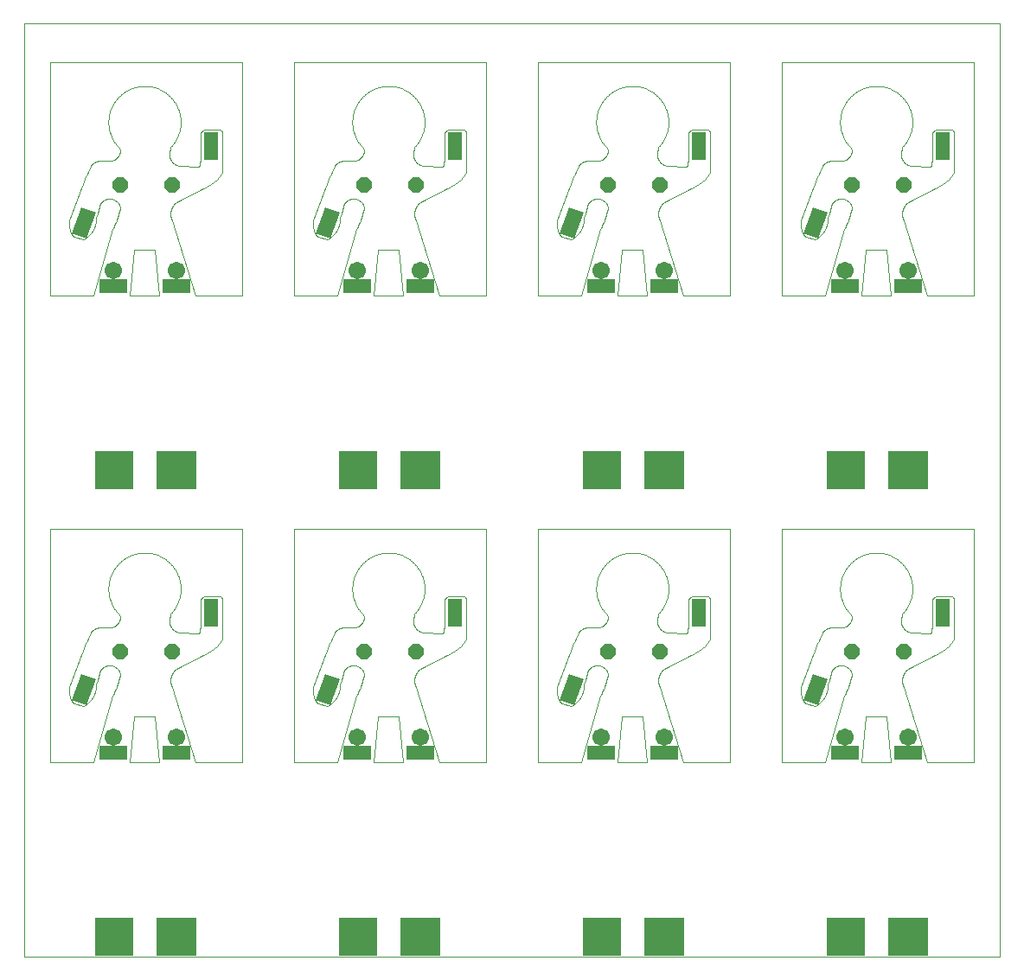
<source format=gts>
G75*
%MOIN*%
%OFA0B0*%
%FSLAX25Y25*%
%IPPOS*%
%LPD*%
%AMOC8*
5,1,8,0,0,1.08239X$1,22.5*
%
%ADD10C,0.00000*%
%ADD11R,0.15000X0.15000*%
%ADD12R,0.15500X0.15000*%
%ADD13OC8,0.06000*%
%ADD14R,0.05800X0.10800*%
%ADD15R,0.10800X0.05800*%
%ADD16C,0.06706*%
%ADD17C,0.06115*%
D10*
X0016000Y0011000D02*
X0392000Y0011000D01*
X0392000Y0371000D01*
X0016000Y0371000D01*
X0016000Y0011000D01*
X0026000Y0086000D02*
X0026000Y0176000D01*
X0100000Y0176000D01*
X0100000Y0086000D01*
X0082000Y0086000D01*
X0074400Y0110500D01*
X0072900Y0115000D01*
X0072901Y0115000D02*
X0072836Y0115130D01*
X0072774Y0115261D01*
X0072717Y0115394D01*
X0072662Y0115529D01*
X0072612Y0115664D01*
X0072565Y0115802D01*
X0072521Y0115940D01*
X0072482Y0116079D01*
X0072446Y0116220D01*
X0072413Y0116361D01*
X0072385Y0116503D01*
X0072360Y0116646D01*
X0072340Y0116790D01*
X0072323Y0116934D01*
X0072309Y0117078D01*
X0072300Y0117223D01*
X0072295Y0117368D01*
X0072293Y0117513D01*
X0072295Y0117658D01*
X0072301Y0117802D01*
X0072311Y0117947D01*
X0072325Y0118091D01*
X0072343Y0118235D01*
X0072364Y0118379D01*
X0072390Y0118522D01*
X0072419Y0118664D01*
X0072452Y0118805D01*
X0072488Y0118945D01*
X0072529Y0119084D01*
X0072573Y0119222D01*
X0072620Y0119359D01*
X0072672Y0119495D01*
X0072726Y0119629D01*
X0072785Y0119762D01*
X0072847Y0119893D01*
X0072912Y0120022D01*
X0072981Y0120150D01*
X0073053Y0120276D01*
X0073129Y0120399D01*
X0073208Y0120521D01*
X0073290Y0120641D01*
X0073375Y0120758D01*
X0073463Y0120873D01*
X0073555Y0120986D01*
X0073649Y0121096D01*
X0073746Y0121203D01*
X0073846Y0121308D01*
X0073949Y0121411D01*
X0074054Y0121510D01*
X0074162Y0121607D01*
X0074273Y0121701D01*
X0074386Y0121791D01*
X0074501Y0121879D01*
X0074619Y0121964D01*
X0074739Y0122045D01*
X0074861Y0122123D01*
X0074985Y0122198D01*
X0075111Y0122270D01*
X0075239Y0122338D01*
X0075239Y0122339D02*
X0084966Y0127339D01*
X0082776Y0135728D02*
X0075900Y0136000D01*
X0075767Y0136016D01*
X0075634Y0136037D01*
X0075502Y0136062D01*
X0075371Y0136090D01*
X0075241Y0136123D01*
X0075112Y0136159D01*
X0074984Y0136199D01*
X0074857Y0136243D01*
X0074731Y0136291D01*
X0074607Y0136342D01*
X0074485Y0136397D01*
X0074364Y0136455D01*
X0074245Y0136518D01*
X0074128Y0136583D01*
X0074013Y0136652D01*
X0073900Y0136725D01*
X0073789Y0136800D01*
X0073681Y0136879D01*
X0073575Y0136961D01*
X0073471Y0137047D01*
X0073370Y0137135D01*
X0073272Y0137226D01*
X0073176Y0137320D01*
X0073083Y0137417D01*
X0072993Y0137517D01*
X0072907Y0137619D01*
X0072823Y0137724D01*
X0072742Y0137831D01*
X0072665Y0137941D01*
X0072590Y0138053D01*
X0072519Y0138167D01*
X0072452Y0138283D01*
X0072388Y0138401D01*
X0072328Y0138520D01*
X0072271Y0138642D01*
X0072218Y0138765D01*
X0072168Y0138890D01*
X0072122Y0139016D01*
X0072080Y0139143D01*
X0072042Y0139272D01*
X0072007Y0139402D01*
X0071977Y0139532D01*
X0071950Y0139664D01*
X0071927Y0139796D01*
X0071908Y0139929D01*
X0071893Y0140062D01*
X0071882Y0140196D01*
X0071875Y0140330D01*
X0071872Y0140464D01*
X0071873Y0140598D01*
X0071878Y0140733D01*
X0071887Y0140866D01*
X0071900Y0141000D01*
X0072160Y0143055D01*
X0084966Y0127338D02*
X0085328Y0127490D01*
X0085685Y0127651D01*
X0086039Y0127821D01*
X0086388Y0128000D01*
X0086733Y0128187D01*
X0087073Y0128382D01*
X0087409Y0128585D01*
X0087739Y0128797D01*
X0088064Y0129017D01*
X0088384Y0129244D01*
X0088698Y0129480D01*
X0089006Y0129722D01*
X0089308Y0129973D01*
X0089603Y0130230D01*
X0089893Y0130495D01*
X0090176Y0130767D01*
X0090452Y0131046D01*
X0090721Y0131331D01*
X0090983Y0131623D01*
X0091238Y0131921D01*
X0091486Y0132225D01*
X0091726Y0132535D01*
X0091959Y0132851D01*
X0092183Y0133172D01*
X0092400Y0133499D01*
X0092400Y0133500D02*
X0092400Y0148800D01*
X0091567Y0150000D02*
X0085914Y0150000D01*
X0085826Y0149998D01*
X0085739Y0149992D01*
X0085652Y0149983D01*
X0085565Y0149969D01*
X0085479Y0149952D01*
X0085394Y0149931D01*
X0085310Y0149907D01*
X0085227Y0149878D01*
X0085145Y0149846D01*
X0085065Y0149811D01*
X0084987Y0149772D01*
X0084910Y0149730D01*
X0084835Y0149684D01*
X0084762Y0149635D01*
X0084692Y0149583D01*
X0084624Y0149528D01*
X0084558Y0149470D01*
X0084495Y0149409D01*
X0084434Y0149346D01*
X0084377Y0149280D01*
X0084322Y0149211D01*
X0084271Y0149140D01*
X0084222Y0149067D01*
X0084177Y0148992D01*
X0084135Y0148915D01*
X0084097Y0148836D01*
X0084062Y0148756D01*
X0084031Y0148674D01*
X0084003Y0148591D01*
X0083979Y0148506D01*
X0083959Y0148421D01*
X0083942Y0148335D01*
X0083929Y0148248D01*
X0083920Y0148161D01*
X0083915Y0148073D01*
X0083914Y0147986D01*
X0083971Y0139000D01*
X0083739Y0136379D01*
X0083707Y0136319D01*
X0083672Y0136262D01*
X0083633Y0136206D01*
X0083592Y0136153D01*
X0083547Y0136102D01*
X0083500Y0136054D01*
X0083450Y0136009D01*
X0083397Y0135966D01*
X0083343Y0135927D01*
X0083286Y0135891D01*
X0083227Y0135858D01*
X0083166Y0135828D01*
X0083104Y0135802D01*
X0083040Y0135780D01*
X0082975Y0135761D01*
X0082909Y0135746D01*
X0082843Y0135735D01*
X0082776Y0135728D01*
X0092400Y0148800D02*
X0092372Y0148889D01*
X0092340Y0148976D01*
X0092305Y0149062D01*
X0092267Y0149147D01*
X0092225Y0149230D01*
X0092180Y0149311D01*
X0092132Y0149390D01*
X0092080Y0149468D01*
X0092026Y0149543D01*
X0091968Y0149616D01*
X0091908Y0149686D01*
X0091845Y0149755D01*
X0091779Y0149820D01*
X0091711Y0149883D01*
X0091640Y0149943D01*
X0091566Y0150000D01*
X0120000Y0176000D02*
X0194000Y0176000D01*
X0194000Y0086000D01*
X0176000Y0086000D01*
X0168400Y0110500D01*
X0166900Y0115000D01*
X0166901Y0115000D02*
X0166836Y0115130D01*
X0166774Y0115261D01*
X0166717Y0115394D01*
X0166662Y0115529D01*
X0166612Y0115664D01*
X0166565Y0115802D01*
X0166521Y0115940D01*
X0166482Y0116079D01*
X0166446Y0116220D01*
X0166413Y0116361D01*
X0166385Y0116503D01*
X0166360Y0116646D01*
X0166340Y0116790D01*
X0166323Y0116934D01*
X0166309Y0117078D01*
X0166300Y0117223D01*
X0166295Y0117368D01*
X0166293Y0117513D01*
X0166295Y0117658D01*
X0166301Y0117802D01*
X0166311Y0117947D01*
X0166325Y0118091D01*
X0166343Y0118235D01*
X0166364Y0118379D01*
X0166390Y0118522D01*
X0166419Y0118664D01*
X0166452Y0118805D01*
X0166488Y0118945D01*
X0166529Y0119084D01*
X0166573Y0119222D01*
X0166620Y0119359D01*
X0166672Y0119495D01*
X0166726Y0119629D01*
X0166785Y0119762D01*
X0166847Y0119893D01*
X0166912Y0120022D01*
X0166981Y0120150D01*
X0167053Y0120276D01*
X0167129Y0120399D01*
X0167208Y0120521D01*
X0167290Y0120641D01*
X0167375Y0120758D01*
X0167463Y0120873D01*
X0167555Y0120986D01*
X0167649Y0121096D01*
X0167746Y0121203D01*
X0167846Y0121308D01*
X0167949Y0121411D01*
X0168054Y0121510D01*
X0168162Y0121607D01*
X0168273Y0121701D01*
X0168386Y0121791D01*
X0168501Y0121879D01*
X0168619Y0121964D01*
X0168739Y0122045D01*
X0168861Y0122123D01*
X0168985Y0122198D01*
X0169111Y0122270D01*
X0169239Y0122338D01*
X0169239Y0122339D02*
X0178966Y0127339D01*
X0176776Y0135728D02*
X0169900Y0136000D01*
X0169767Y0136016D01*
X0169634Y0136037D01*
X0169502Y0136062D01*
X0169371Y0136090D01*
X0169241Y0136123D01*
X0169112Y0136159D01*
X0168984Y0136199D01*
X0168857Y0136243D01*
X0168731Y0136291D01*
X0168607Y0136342D01*
X0168485Y0136397D01*
X0168364Y0136455D01*
X0168245Y0136518D01*
X0168128Y0136583D01*
X0168013Y0136652D01*
X0167900Y0136725D01*
X0167789Y0136800D01*
X0167681Y0136879D01*
X0167575Y0136961D01*
X0167471Y0137047D01*
X0167370Y0137135D01*
X0167272Y0137226D01*
X0167176Y0137320D01*
X0167083Y0137417D01*
X0166993Y0137517D01*
X0166907Y0137619D01*
X0166823Y0137724D01*
X0166742Y0137831D01*
X0166665Y0137941D01*
X0166590Y0138053D01*
X0166519Y0138167D01*
X0166452Y0138283D01*
X0166388Y0138401D01*
X0166328Y0138520D01*
X0166271Y0138642D01*
X0166218Y0138765D01*
X0166168Y0138890D01*
X0166122Y0139016D01*
X0166080Y0139143D01*
X0166042Y0139272D01*
X0166007Y0139402D01*
X0165977Y0139532D01*
X0165950Y0139664D01*
X0165927Y0139796D01*
X0165908Y0139929D01*
X0165893Y0140062D01*
X0165882Y0140196D01*
X0165875Y0140330D01*
X0165872Y0140464D01*
X0165873Y0140598D01*
X0165878Y0140733D01*
X0165887Y0140866D01*
X0165900Y0141000D01*
X0166160Y0143055D01*
X0178966Y0127338D02*
X0179328Y0127490D01*
X0179685Y0127651D01*
X0180039Y0127821D01*
X0180388Y0128000D01*
X0180733Y0128187D01*
X0181073Y0128382D01*
X0181409Y0128585D01*
X0181739Y0128797D01*
X0182064Y0129017D01*
X0182384Y0129244D01*
X0182698Y0129480D01*
X0183006Y0129722D01*
X0183308Y0129973D01*
X0183603Y0130230D01*
X0183893Y0130495D01*
X0184176Y0130767D01*
X0184452Y0131046D01*
X0184721Y0131331D01*
X0184983Y0131623D01*
X0185238Y0131921D01*
X0185486Y0132225D01*
X0185726Y0132535D01*
X0185959Y0132851D01*
X0186183Y0133172D01*
X0186400Y0133499D01*
X0186400Y0133500D02*
X0186400Y0148800D01*
X0185567Y0150000D02*
X0179914Y0150000D01*
X0179826Y0149998D01*
X0179739Y0149992D01*
X0179652Y0149983D01*
X0179565Y0149969D01*
X0179479Y0149952D01*
X0179394Y0149931D01*
X0179310Y0149907D01*
X0179227Y0149878D01*
X0179145Y0149846D01*
X0179065Y0149811D01*
X0178987Y0149772D01*
X0178910Y0149730D01*
X0178835Y0149684D01*
X0178762Y0149635D01*
X0178692Y0149583D01*
X0178624Y0149528D01*
X0178558Y0149470D01*
X0178495Y0149409D01*
X0178434Y0149346D01*
X0178377Y0149280D01*
X0178322Y0149211D01*
X0178271Y0149140D01*
X0178222Y0149067D01*
X0178177Y0148992D01*
X0178135Y0148915D01*
X0178097Y0148836D01*
X0178062Y0148756D01*
X0178031Y0148674D01*
X0178003Y0148591D01*
X0177979Y0148506D01*
X0177959Y0148421D01*
X0177942Y0148335D01*
X0177929Y0148248D01*
X0177920Y0148161D01*
X0177915Y0148073D01*
X0177914Y0147986D01*
X0177971Y0139000D01*
X0177739Y0136379D01*
X0177707Y0136319D01*
X0177672Y0136262D01*
X0177633Y0136206D01*
X0177592Y0136153D01*
X0177547Y0136102D01*
X0177500Y0136054D01*
X0177450Y0136009D01*
X0177397Y0135966D01*
X0177343Y0135927D01*
X0177286Y0135891D01*
X0177227Y0135858D01*
X0177166Y0135828D01*
X0177104Y0135802D01*
X0177040Y0135780D01*
X0176975Y0135761D01*
X0176909Y0135746D01*
X0176843Y0135735D01*
X0176776Y0135728D01*
X0186400Y0148800D02*
X0186372Y0148889D01*
X0186340Y0148976D01*
X0186305Y0149062D01*
X0186267Y0149147D01*
X0186225Y0149230D01*
X0186180Y0149311D01*
X0186132Y0149390D01*
X0186080Y0149468D01*
X0186026Y0149543D01*
X0185968Y0149616D01*
X0185908Y0149686D01*
X0185845Y0149755D01*
X0185779Y0149820D01*
X0185711Y0149883D01*
X0185640Y0149943D01*
X0185566Y0150000D01*
X0166159Y0143056D02*
X0166397Y0143299D01*
X0166628Y0143548D01*
X0166853Y0143802D01*
X0167072Y0144062D01*
X0167285Y0144328D01*
X0167491Y0144598D01*
X0167690Y0144873D01*
X0167882Y0145153D01*
X0168068Y0145438D01*
X0168247Y0145727D01*
X0168418Y0146020D01*
X0168582Y0146318D01*
X0168739Y0146619D01*
X0168889Y0146924D01*
X0169031Y0147233D01*
X0169166Y0147545D01*
X0169292Y0147861D01*
X0169412Y0148179D01*
X0169523Y0148500D01*
X0169626Y0148824D01*
X0169722Y0149150D01*
X0169809Y0149478D01*
X0169889Y0149809D01*
X0169960Y0150141D01*
X0170023Y0150475D01*
X0170079Y0150810D01*
X0170125Y0151147D01*
X0170164Y0151484D01*
X0170194Y0151823D01*
X0170217Y0152162D01*
X0170230Y0152502D01*
X0170236Y0152841D01*
X0170233Y0153181D01*
X0170222Y0153521D01*
X0170203Y0153860D01*
X0170175Y0154199D01*
X0170139Y0154537D01*
X0170095Y0154874D01*
X0170043Y0155210D01*
X0169982Y0155544D01*
X0169914Y0155877D01*
X0169837Y0156208D01*
X0169752Y0156537D01*
X0169659Y0156864D01*
X0169558Y0157188D01*
X0169450Y0157510D01*
X0169333Y0157830D01*
X0169209Y0158146D01*
X0169077Y0158459D01*
X0168937Y0158769D01*
X0168790Y0159075D01*
X0168636Y0159378D01*
X0168474Y0159677D01*
X0168305Y0159972D01*
X0168128Y0160262D01*
X0167945Y0160548D01*
X0167755Y0160830D01*
X0167558Y0161107D01*
X0167354Y0161379D01*
X0167144Y0161646D01*
X0166927Y0161907D01*
X0166704Y0162164D01*
X0166474Y0162415D01*
X0166239Y0162660D01*
X0165998Y0162899D01*
X0165751Y0163132D01*
X0165498Y0163360D01*
X0165240Y0163581D01*
X0164976Y0163795D01*
X0164708Y0164004D01*
X0164434Y0164205D01*
X0164156Y0164400D01*
X0163872Y0164588D01*
X0163585Y0164769D01*
X0163293Y0164943D01*
X0162997Y0165109D01*
X0162697Y0165269D01*
X0162393Y0165421D01*
X0162085Y0165566D01*
X0161774Y0165703D01*
X0161460Y0165832D01*
X0161143Y0165954D01*
X0160822Y0166068D01*
X0160500Y0166174D01*
X0160174Y0166272D01*
X0159846Y0166362D01*
X0159517Y0166444D01*
X0159185Y0166518D01*
X0158852Y0166584D01*
X0158517Y0166642D01*
X0158181Y0166692D01*
X0157843Y0166733D01*
X0157505Y0166766D01*
X0157166Y0166791D01*
X0156827Y0166808D01*
X0156487Y0166816D01*
X0156147Y0166816D01*
X0155807Y0166808D01*
X0155468Y0166791D01*
X0155129Y0166766D01*
X0154791Y0166733D01*
X0154453Y0166692D01*
X0154117Y0166642D01*
X0153782Y0166584D01*
X0153449Y0166518D01*
X0153117Y0166444D01*
X0152788Y0166362D01*
X0152460Y0166272D01*
X0152134Y0166174D01*
X0151812Y0166068D01*
X0151491Y0165954D01*
X0151174Y0165832D01*
X0150860Y0165703D01*
X0150549Y0165566D01*
X0150241Y0165421D01*
X0149937Y0165269D01*
X0149637Y0165109D01*
X0149341Y0164943D01*
X0149049Y0164769D01*
X0148762Y0164588D01*
X0148478Y0164400D01*
X0148200Y0164205D01*
X0147926Y0164004D01*
X0147658Y0163795D01*
X0147394Y0163581D01*
X0147136Y0163360D01*
X0146883Y0163132D01*
X0146636Y0162899D01*
X0146395Y0162660D01*
X0146160Y0162415D01*
X0145930Y0162164D01*
X0145707Y0161907D01*
X0145490Y0161646D01*
X0145280Y0161379D01*
X0145076Y0161107D01*
X0144879Y0160830D01*
X0144689Y0160548D01*
X0144506Y0160262D01*
X0144329Y0159972D01*
X0144160Y0159677D01*
X0143998Y0159378D01*
X0143844Y0159075D01*
X0143697Y0158769D01*
X0143557Y0158459D01*
X0143425Y0158146D01*
X0143301Y0157830D01*
X0143184Y0157510D01*
X0143076Y0157188D01*
X0142975Y0156864D01*
X0142882Y0156537D01*
X0142797Y0156208D01*
X0142720Y0155877D01*
X0142652Y0155544D01*
X0142591Y0155210D01*
X0142539Y0154874D01*
X0142495Y0154537D01*
X0142459Y0154199D01*
X0142431Y0153860D01*
X0142412Y0153521D01*
X0142401Y0153181D01*
X0142398Y0152841D01*
X0142404Y0152502D01*
X0142417Y0152162D01*
X0142440Y0151823D01*
X0142470Y0151484D01*
X0142509Y0151147D01*
X0142555Y0150810D01*
X0142611Y0150475D01*
X0142674Y0150141D01*
X0142745Y0149809D01*
X0142825Y0149478D01*
X0142912Y0149150D01*
X0143008Y0148824D01*
X0143111Y0148500D01*
X0143222Y0148179D01*
X0143342Y0147861D01*
X0143468Y0147545D01*
X0143603Y0147233D01*
X0143745Y0146924D01*
X0143895Y0146619D01*
X0144052Y0146318D01*
X0144216Y0146020D01*
X0144387Y0145727D01*
X0144566Y0145438D01*
X0144752Y0145153D01*
X0144944Y0144873D01*
X0145143Y0144598D01*
X0145349Y0144328D01*
X0145562Y0144062D01*
X0145781Y0143802D01*
X0146006Y0143548D01*
X0146237Y0143299D01*
X0146475Y0143056D01*
X0146475Y0143055D02*
X0146900Y0142000D01*
X0146898Y0141874D01*
X0146892Y0141749D01*
X0146882Y0141624D01*
X0146868Y0141499D01*
X0146851Y0141374D01*
X0146829Y0141250D01*
X0146804Y0141127D01*
X0146774Y0141005D01*
X0146741Y0140884D01*
X0146704Y0140764D01*
X0146664Y0140645D01*
X0146619Y0140528D01*
X0146571Y0140411D01*
X0146519Y0140297D01*
X0146464Y0140184D01*
X0146405Y0140073D01*
X0146343Y0139964D01*
X0146277Y0139857D01*
X0146208Y0139752D01*
X0146136Y0139649D01*
X0146061Y0139548D01*
X0145982Y0139450D01*
X0145900Y0139355D01*
X0145816Y0139262D01*
X0145728Y0139172D01*
X0145638Y0139084D01*
X0145545Y0139000D01*
X0145450Y0138918D01*
X0145352Y0138839D01*
X0145251Y0138764D01*
X0145148Y0138692D01*
X0145043Y0138623D01*
X0144936Y0138557D01*
X0144827Y0138495D01*
X0144716Y0138436D01*
X0144603Y0138381D01*
X0144489Y0138329D01*
X0144372Y0138281D01*
X0144255Y0138236D01*
X0144136Y0138196D01*
X0144016Y0138159D01*
X0143895Y0138126D01*
X0143773Y0138096D01*
X0143650Y0138071D01*
X0143526Y0138049D01*
X0143401Y0138032D01*
X0143276Y0138018D01*
X0143151Y0138008D01*
X0143026Y0138002D01*
X0142900Y0138000D01*
X0140023Y0138000D01*
X0136001Y0136521D02*
X0134363Y0133075D01*
X0136001Y0136520D02*
X0136098Y0136620D01*
X0136198Y0136716D01*
X0136300Y0136809D01*
X0136406Y0136900D01*
X0136513Y0136987D01*
X0136623Y0137072D01*
X0136736Y0137153D01*
X0136851Y0137231D01*
X0136968Y0137305D01*
X0137087Y0137376D01*
X0137208Y0137444D01*
X0137331Y0137508D01*
X0137455Y0137569D01*
X0137582Y0137626D01*
X0137710Y0137680D01*
X0137839Y0137729D01*
X0137970Y0137775D01*
X0138102Y0137818D01*
X0138236Y0137856D01*
X0138370Y0137891D01*
X0138505Y0137922D01*
X0138641Y0137948D01*
X0138778Y0137971D01*
X0138915Y0137990D01*
X0139053Y0138005D01*
X0139192Y0138017D01*
X0139330Y0138024D01*
X0139469Y0138027D01*
X0139607Y0138026D01*
X0139746Y0138021D01*
X0139884Y0138012D01*
X0140023Y0138000D01*
X0132426Y0128242D02*
X0127400Y0114929D01*
X0132674Y0107522D02*
X0132879Y0107640D01*
X0133081Y0107762D01*
X0133280Y0107890D01*
X0133477Y0108022D01*
X0133669Y0108159D01*
X0133859Y0108300D01*
X0134045Y0108446D01*
X0134227Y0108597D01*
X0134406Y0108751D01*
X0134581Y0108910D01*
X0134752Y0109074D01*
X0134919Y0109241D01*
X0135082Y0109412D01*
X0135241Y0109587D01*
X0135396Y0109766D01*
X0135546Y0109949D01*
X0135692Y0110135D01*
X0135833Y0110325D01*
X0135970Y0110517D01*
X0136102Y0110714D01*
X0136229Y0110913D01*
X0136352Y0111115D01*
X0136469Y0111320D01*
X0136582Y0111528D01*
X0136689Y0111739D01*
X0136792Y0111952D01*
X0136889Y0112168D01*
X0136981Y0112386D01*
X0137068Y0112605D01*
X0137149Y0112827D01*
X0137225Y0113051D01*
X0137296Y0113277D01*
X0137361Y0113504D01*
X0137421Y0113733D01*
X0137475Y0113963D01*
X0137524Y0114195D01*
X0137567Y0114427D01*
X0137604Y0114661D01*
X0137636Y0114895D01*
X0137662Y0115130D01*
X0137683Y0115366D01*
X0137697Y0115602D01*
X0137707Y0115838D01*
X0137706Y0115838D02*
X0138200Y0117800D01*
X0138800Y0120300D01*
X0138835Y0120423D01*
X0138875Y0120545D01*
X0138918Y0120666D01*
X0138965Y0120785D01*
X0139016Y0120903D01*
X0139070Y0121019D01*
X0139128Y0121134D01*
X0139189Y0121247D01*
X0139254Y0121357D01*
X0139322Y0121466D01*
X0139394Y0121573D01*
X0139468Y0121677D01*
X0139546Y0121779D01*
X0139627Y0121878D01*
X0139711Y0121975D01*
X0139798Y0122070D01*
X0139888Y0122161D01*
X0139981Y0122250D01*
X0140076Y0122336D01*
X0140174Y0122419D01*
X0140274Y0122499D01*
X0140377Y0122576D01*
X0140482Y0122649D01*
X0140590Y0122719D01*
X0140699Y0122786D01*
X0140811Y0122850D01*
X0140924Y0122910D01*
X0141039Y0122966D01*
X0141156Y0123019D01*
X0141275Y0123068D01*
X0141394Y0123114D01*
X0141516Y0123156D01*
X0141638Y0123194D01*
X0141762Y0123229D01*
X0141886Y0123259D01*
X0142012Y0123286D01*
X0142138Y0123309D01*
X0142265Y0123328D01*
X0142392Y0123343D01*
X0142520Y0123354D01*
X0142648Y0123361D01*
X0142777Y0123364D01*
X0142905Y0123363D01*
X0143033Y0123358D01*
X0143161Y0123350D01*
X0143289Y0123337D01*
X0143416Y0123320D01*
X0143543Y0123300D01*
X0143669Y0123276D01*
X0143794Y0123247D01*
X0143918Y0123215D01*
X0144041Y0123179D01*
X0144163Y0123140D01*
X0144284Y0123096D01*
X0144403Y0123049D01*
X0144521Y0122998D01*
X0144637Y0122944D01*
X0144752Y0122886D01*
X0144864Y0122825D01*
X0144975Y0122760D01*
X0145084Y0122691D01*
X0145190Y0122620D01*
X0145294Y0122545D01*
X0145396Y0122467D01*
X0145496Y0122386D01*
X0145593Y0122302D01*
X0145687Y0122215D01*
X0145778Y0122125D01*
X0145867Y0122032D01*
X0145953Y0121937D01*
X0146036Y0121839D01*
X0146115Y0121738D01*
X0146192Y0121635D01*
X0146265Y0121530D01*
X0146336Y0121423D01*
X0146402Y0121313D01*
X0146466Y0121202D01*
X0146526Y0121088D01*
X0146582Y0120973D01*
X0146635Y0120856D01*
X0146684Y0120737D01*
X0146730Y0120617D01*
X0146771Y0120496D01*
X0146809Y0120374D01*
X0146844Y0120250D01*
X0146874Y0120125D01*
X0146901Y0120000D01*
X0132426Y0128242D02*
X0132499Y0128583D01*
X0132581Y0128922D01*
X0132671Y0129260D01*
X0132769Y0129595D01*
X0132875Y0129927D01*
X0132989Y0130257D01*
X0133111Y0130584D01*
X0133241Y0130908D01*
X0133378Y0131229D01*
X0133524Y0131546D01*
X0133677Y0131860D01*
X0133837Y0132170D01*
X0134005Y0132476D01*
X0134180Y0132778D01*
X0134363Y0133075D01*
X0146900Y0120000D02*
X0146798Y0119404D01*
X0146682Y0118811D01*
X0146551Y0118221D01*
X0146406Y0117635D01*
X0146247Y0117052D01*
X0146074Y0116473D01*
X0145887Y0115898D01*
X0145686Y0115328D01*
X0145471Y0114764D01*
X0145242Y0114204D01*
X0145000Y0113651D01*
X0144745Y0113103D01*
X0144476Y0112562D01*
X0144195Y0112027D01*
X0143900Y0111500D01*
X0136500Y0086000D01*
X0120000Y0086000D01*
X0120000Y0176000D01*
X0072159Y0143056D02*
X0072397Y0143299D01*
X0072628Y0143548D01*
X0072853Y0143802D01*
X0073072Y0144062D01*
X0073285Y0144328D01*
X0073491Y0144598D01*
X0073690Y0144873D01*
X0073882Y0145153D01*
X0074068Y0145438D01*
X0074247Y0145727D01*
X0074418Y0146020D01*
X0074582Y0146318D01*
X0074739Y0146619D01*
X0074889Y0146924D01*
X0075031Y0147233D01*
X0075166Y0147545D01*
X0075292Y0147861D01*
X0075412Y0148179D01*
X0075523Y0148500D01*
X0075626Y0148824D01*
X0075722Y0149150D01*
X0075809Y0149478D01*
X0075889Y0149809D01*
X0075960Y0150141D01*
X0076023Y0150475D01*
X0076079Y0150810D01*
X0076125Y0151147D01*
X0076164Y0151484D01*
X0076194Y0151823D01*
X0076217Y0152162D01*
X0076230Y0152502D01*
X0076236Y0152841D01*
X0076233Y0153181D01*
X0076222Y0153521D01*
X0076203Y0153860D01*
X0076175Y0154199D01*
X0076139Y0154537D01*
X0076095Y0154874D01*
X0076043Y0155210D01*
X0075982Y0155544D01*
X0075914Y0155877D01*
X0075837Y0156208D01*
X0075752Y0156537D01*
X0075659Y0156864D01*
X0075558Y0157188D01*
X0075450Y0157510D01*
X0075333Y0157830D01*
X0075209Y0158146D01*
X0075077Y0158459D01*
X0074937Y0158769D01*
X0074790Y0159075D01*
X0074636Y0159378D01*
X0074474Y0159677D01*
X0074305Y0159972D01*
X0074128Y0160262D01*
X0073945Y0160548D01*
X0073755Y0160830D01*
X0073558Y0161107D01*
X0073354Y0161379D01*
X0073144Y0161646D01*
X0072927Y0161907D01*
X0072704Y0162164D01*
X0072474Y0162415D01*
X0072239Y0162660D01*
X0071998Y0162899D01*
X0071751Y0163132D01*
X0071498Y0163360D01*
X0071240Y0163581D01*
X0070976Y0163795D01*
X0070708Y0164004D01*
X0070434Y0164205D01*
X0070156Y0164400D01*
X0069872Y0164588D01*
X0069585Y0164769D01*
X0069293Y0164943D01*
X0068997Y0165109D01*
X0068697Y0165269D01*
X0068393Y0165421D01*
X0068085Y0165566D01*
X0067774Y0165703D01*
X0067460Y0165832D01*
X0067143Y0165954D01*
X0066822Y0166068D01*
X0066500Y0166174D01*
X0066174Y0166272D01*
X0065846Y0166362D01*
X0065517Y0166444D01*
X0065185Y0166518D01*
X0064852Y0166584D01*
X0064517Y0166642D01*
X0064181Y0166692D01*
X0063843Y0166733D01*
X0063505Y0166766D01*
X0063166Y0166791D01*
X0062827Y0166808D01*
X0062487Y0166816D01*
X0062147Y0166816D01*
X0061807Y0166808D01*
X0061468Y0166791D01*
X0061129Y0166766D01*
X0060791Y0166733D01*
X0060453Y0166692D01*
X0060117Y0166642D01*
X0059782Y0166584D01*
X0059449Y0166518D01*
X0059117Y0166444D01*
X0058788Y0166362D01*
X0058460Y0166272D01*
X0058134Y0166174D01*
X0057812Y0166068D01*
X0057491Y0165954D01*
X0057174Y0165832D01*
X0056860Y0165703D01*
X0056549Y0165566D01*
X0056241Y0165421D01*
X0055937Y0165269D01*
X0055637Y0165109D01*
X0055341Y0164943D01*
X0055049Y0164769D01*
X0054762Y0164588D01*
X0054478Y0164400D01*
X0054200Y0164205D01*
X0053926Y0164004D01*
X0053658Y0163795D01*
X0053394Y0163581D01*
X0053136Y0163360D01*
X0052883Y0163132D01*
X0052636Y0162899D01*
X0052395Y0162660D01*
X0052160Y0162415D01*
X0051930Y0162164D01*
X0051707Y0161907D01*
X0051490Y0161646D01*
X0051280Y0161379D01*
X0051076Y0161107D01*
X0050879Y0160830D01*
X0050689Y0160548D01*
X0050506Y0160262D01*
X0050329Y0159972D01*
X0050160Y0159677D01*
X0049998Y0159378D01*
X0049844Y0159075D01*
X0049697Y0158769D01*
X0049557Y0158459D01*
X0049425Y0158146D01*
X0049301Y0157830D01*
X0049184Y0157510D01*
X0049076Y0157188D01*
X0048975Y0156864D01*
X0048882Y0156537D01*
X0048797Y0156208D01*
X0048720Y0155877D01*
X0048652Y0155544D01*
X0048591Y0155210D01*
X0048539Y0154874D01*
X0048495Y0154537D01*
X0048459Y0154199D01*
X0048431Y0153860D01*
X0048412Y0153521D01*
X0048401Y0153181D01*
X0048398Y0152841D01*
X0048404Y0152502D01*
X0048417Y0152162D01*
X0048440Y0151823D01*
X0048470Y0151484D01*
X0048509Y0151147D01*
X0048555Y0150810D01*
X0048611Y0150475D01*
X0048674Y0150141D01*
X0048745Y0149809D01*
X0048825Y0149478D01*
X0048912Y0149150D01*
X0049008Y0148824D01*
X0049111Y0148500D01*
X0049222Y0148179D01*
X0049342Y0147861D01*
X0049468Y0147545D01*
X0049603Y0147233D01*
X0049745Y0146924D01*
X0049895Y0146619D01*
X0050052Y0146318D01*
X0050216Y0146020D01*
X0050387Y0145727D01*
X0050566Y0145438D01*
X0050752Y0145153D01*
X0050944Y0144873D01*
X0051143Y0144598D01*
X0051349Y0144328D01*
X0051562Y0144062D01*
X0051781Y0143802D01*
X0052006Y0143548D01*
X0052237Y0143299D01*
X0052475Y0143056D01*
X0052475Y0143055D02*
X0052900Y0142000D01*
X0052898Y0141874D01*
X0052892Y0141749D01*
X0052882Y0141624D01*
X0052868Y0141499D01*
X0052851Y0141374D01*
X0052829Y0141250D01*
X0052804Y0141127D01*
X0052774Y0141005D01*
X0052741Y0140884D01*
X0052704Y0140764D01*
X0052664Y0140645D01*
X0052619Y0140528D01*
X0052571Y0140411D01*
X0052519Y0140297D01*
X0052464Y0140184D01*
X0052405Y0140073D01*
X0052343Y0139964D01*
X0052277Y0139857D01*
X0052208Y0139752D01*
X0052136Y0139649D01*
X0052061Y0139548D01*
X0051982Y0139450D01*
X0051900Y0139355D01*
X0051816Y0139262D01*
X0051728Y0139172D01*
X0051638Y0139084D01*
X0051545Y0139000D01*
X0051450Y0138918D01*
X0051352Y0138839D01*
X0051251Y0138764D01*
X0051148Y0138692D01*
X0051043Y0138623D01*
X0050936Y0138557D01*
X0050827Y0138495D01*
X0050716Y0138436D01*
X0050603Y0138381D01*
X0050489Y0138329D01*
X0050372Y0138281D01*
X0050255Y0138236D01*
X0050136Y0138196D01*
X0050016Y0138159D01*
X0049895Y0138126D01*
X0049773Y0138096D01*
X0049650Y0138071D01*
X0049526Y0138049D01*
X0049401Y0138032D01*
X0049276Y0138018D01*
X0049151Y0138008D01*
X0049026Y0138002D01*
X0048900Y0138000D01*
X0046023Y0138000D01*
X0042001Y0136521D02*
X0040363Y0133075D01*
X0042001Y0136520D02*
X0042098Y0136620D01*
X0042198Y0136716D01*
X0042300Y0136809D01*
X0042406Y0136900D01*
X0042513Y0136987D01*
X0042623Y0137072D01*
X0042736Y0137153D01*
X0042851Y0137231D01*
X0042968Y0137305D01*
X0043087Y0137376D01*
X0043208Y0137444D01*
X0043331Y0137508D01*
X0043455Y0137569D01*
X0043582Y0137626D01*
X0043710Y0137680D01*
X0043839Y0137729D01*
X0043970Y0137775D01*
X0044102Y0137818D01*
X0044236Y0137856D01*
X0044370Y0137891D01*
X0044505Y0137922D01*
X0044641Y0137948D01*
X0044778Y0137971D01*
X0044915Y0137990D01*
X0045053Y0138005D01*
X0045192Y0138017D01*
X0045330Y0138024D01*
X0045469Y0138027D01*
X0045607Y0138026D01*
X0045746Y0138021D01*
X0045884Y0138012D01*
X0046023Y0138000D01*
X0038426Y0128242D02*
X0033400Y0114929D01*
X0038674Y0107522D02*
X0038879Y0107640D01*
X0039081Y0107762D01*
X0039280Y0107890D01*
X0039477Y0108022D01*
X0039669Y0108159D01*
X0039859Y0108300D01*
X0040045Y0108446D01*
X0040227Y0108597D01*
X0040406Y0108751D01*
X0040581Y0108910D01*
X0040752Y0109074D01*
X0040919Y0109241D01*
X0041082Y0109412D01*
X0041241Y0109587D01*
X0041396Y0109766D01*
X0041546Y0109949D01*
X0041692Y0110135D01*
X0041833Y0110325D01*
X0041970Y0110517D01*
X0042102Y0110714D01*
X0042229Y0110913D01*
X0042352Y0111115D01*
X0042469Y0111320D01*
X0042582Y0111528D01*
X0042689Y0111739D01*
X0042792Y0111952D01*
X0042889Y0112168D01*
X0042981Y0112386D01*
X0043068Y0112605D01*
X0043149Y0112827D01*
X0043225Y0113051D01*
X0043296Y0113277D01*
X0043361Y0113504D01*
X0043421Y0113733D01*
X0043475Y0113963D01*
X0043524Y0114195D01*
X0043567Y0114427D01*
X0043604Y0114661D01*
X0043636Y0114895D01*
X0043662Y0115130D01*
X0043683Y0115366D01*
X0043697Y0115602D01*
X0043707Y0115838D01*
X0043706Y0115838D02*
X0044200Y0117800D01*
X0044800Y0120300D01*
X0044835Y0120423D01*
X0044875Y0120545D01*
X0044918Y0120666D01*
X0044965Y0120785D01*
X0045016Y0120903D01*
X0045070Y0121019D01*
X0045128Y0121134D01*
X0045189Y0121247D01*
X0045254Y0121357D01*
X0045322Y0121466D01*
X0045394Y0121573D01*
X0045468Y0121677D01*
X0045546Y0121779D01*
X0045627Y0121878D01*
X0045711Y0121975D01*
X0045798Y0122070D01*
X0045888Y0122161D01*
X0045981Y0122250D01*
X0046076Y0122336D01*
X0046174Y0122419D01*
X0046274Y0122499D01*
X0046377Y0122576D01*
X0046482Y0122649D01*
X0046590Y0122719D01*
X0046699Y0122786D01*
X0046811Y0122850D01*
X0046924Y0122910D01*
X0047039Y0122966D01*
X0047156Y0123019D01*
X0047275Y0123068D01*
X0047394Y0123114D01*
X0047516Y0123156D01*
X0047638Y0123194D01*
X0047762Y0123229D01*
X0047886Y0123259D01*
X0048012Y0123286D01*
X0048138Y0123309D01*
X0048265Y0123328D01*
X0048392Y0123343D01*
X0048520Y0123354D01*
X0048648Y0123361D01*
X0048777Y0123364D01*
X0048905Y0123363D01*
X0049033Y0123358D01*
X0049161Y0123350D01*
X0049289Y0123337D01*
X0049416Y0123320D01*
X0049543Y0123300D01*
X0049669Y0123276D01*
X0049794Y0123247D01*
X0049918Y0123215D01*
X0050041Y0123179D01*
X0050163Y0123140D01*
X0050284Y0123096D01*
X0050403Y0123049D01*
X0050521Y0122998D01*
X0050637Y0122944D01*
X0050752Y0122886D01*
X0050864Y0122825D01*
X0050975Y0122760D01*
X0051084Y0122691D01*
X0051190Y0122620D01*
X0051294Y0122545D01*
X0051396Y0122467D01*
X0051496Y0122386D01*
X0051593Y0122302D01*
X0051687Y0122215D01*
X0051778Y0122125D01*
X0051867Y0122032D01*
X0051953Y0121937D01*
X0052036Y0121839D01*
X0052115Y0121738D01*
X0052192Y0121635D01*
X0052265Y0121530D01*
X0052336Y0121423D01*
X0052402Y0121313D01*
X0052466Y0121202D01*
X0052526Y0121088D01*
X0052582Y0120973D01*
X0052635Y0120856D01*
X0052684Y0120737D01*
X0052730Y0120617D01*
X0052771Y0120496D01*
X0052809Y0120374D01*
X0052844Y0120250D01*
X0052874Y0120125D01*
X0052901Y0120000D01*
X0038426Y0128242D02*
X0038499Y0128583D01*
X0038581Y0128922D01*
X0038671Y0129260D01*
X0038769Y0129595D01*
X0038875Y0129927D01*
X0038989Y0130257D01*
X0039111Y0130584D01*
X0039241Y0130908D01*
X0039378Y0131229D01*
X0039524Y0131546D01*
X0039677Y0131860D01*
X0039837Y0132170D01*
X0040005Y0132476D01*
X0040180Y0132778D01*
X0040363Y0133075D01*
X0052900Y0120000D02*
X0052798Y0119404D01*
X0052682Y0118811D01*
X0052551Y0118221D01*
X0052406Y0117635D01*
X0052247Y0117052D01*
X0052074Y0116473D01*
X0051887Y0115898D01*
X0051686Y0115328D01*
X0051471Y0114764D01*
X0051242Y0114204D01*
X0051000Y0113651D01*
X0050745Y0113103D01*
X0050476Y0112562D01*
X0050195Y0112027D01*
X0049900Y0111500D01*
X0042500Y0086000D01*
X0026000Y0086000D01*
X0035359Y0108622D02*
X0038674Y0107522D01*
X0035359Y0108622D02*
X0035280Y0108647D01*
X0035202Y0108675D01*
X0035125Y0108707D01*
X0035050Y0108743D01*
X0034977Y0108782D01*
X0034905Y0108824D01*
X0034836Y0108870D01*
X0034768Y0108919D01*
X0034704Y0108971D01*
X0034641Y0109025D01*
X0034581Y0109083D01*
X0034524Y0109143D01*
X0034470Y0109206D01*
X0034418Y0109271D01*
X0034370Y0109339D01*
X0034325Y0109409D01*
X0034283Y0109480D01*
X0034244Y0109554D01*
X0034209Y0109629D01*
X0034178Y0109706D01*
X0034150Y0109784D01*
X0034125Y0109864D01*
X0034105Y0109944D01*
X0034088Y0110026D01*
X0033400Y0112280D01*
X0033400Y0112279D02*
X0033358Y0112390D01*
X0033320Y0112501D01*
X0033286Y0112614D01*
X0033255Y0112728D01*
X0033229Y0112843D01*
X0033205Y0112959D01*
X0033186Y0113075D01*
X0033171Y0113192D01*
X0033159Y0113309D01*
X0033151Y0113427D01*
X0033147Y0113545D01*
X0033147Y0113663D01*
X0033151Y0113781D01*
X0033159Y0113899D01*
X0033171Y0114016D01*
X0033186Y0114133D01*
X0033205Y0114249D01*
X0033229Y0114365D01*
X0033255Y0114480D01*
X0033286Y0114594D01*
X0033320Y0114707D01*
X0033358Y0114818D01*
X0033400Y0114929D01*
X0058380Y0103622D02*
X0056500Y0086000D01*
X0068000Y0086000D01*
X0066254Y0103622D01*
X0058380Y0103622D01*
X0127400Y0112280D02*
X0128088Y0110026D01*
X0128105Y0109944D01*
X0128125Y0109864D01*
X0128150Y0109784D01*
X0128178Y0109706D01*
X0128209Y0109629D01*
X0128244Y0109554D01*
X0128283Y0109480D01*
X0128325Y0109409D01*
X0128370Y0109339D01*
X0128418Y0109271D01*
X0128470Y0109206D01*
X0128524Y0109143D01*
X0128581Y0109083D01*
X0128641Y0109025D01*
X0128704Y0108971D01*
X0128768Y0108919D01*
X0128836Y0108870D01*
X0128905Y0108824D01*
X0128977Y0108782D01*
X0129050Y0108743D01*
X0129125Y0108707D01*
X0129202Y0108675D01*
X0129280Y0108647D01*
X0129359Y0108622D01*
X0132674Y0107522D01*
X0127400Y0112279D02*
X0127358Y0112390D01*
X0127320Y0112501D01*
X0127286Y0112614D01*
X0127255Y0112728D01*
X0127229Y0112843D01*
X0127205Y0112959D01*
X0127186Y0113075D01*
X0127171Y0113192D01*
X0127159Y0113309D01*
X0127151Y0113427D01*
X0127147Y0113545D01*
X0127147Y0113663D01*
X0127151Y0113781D01*
X0127159Y0113899D01*
X0127171Y0114016D01*
X0127186Y0114133D01*
X0127205Y0114249D01*
X0127229Y0114365D01*
X0127255Y0114480D01*
X0127286Y0114594D01*
X0127320Y0114707D01*
X0127358Y0114818D01*
X0127400Y0114929D01*
X0152380Y0103622D02*
X0150500Y0086000D01*
X0162000Y0086000D01*
X0160254Y0103622D01*
X0152380Y0103622D01*
X0214000Y0086000D02*
X0214000Y0176000D01*
X0288000Y0176000D01*
X0288000Y0086000D01*
X0270000Y0086000D01*
X0262400Y0110500D01*
X0260900Y0115000D01*
X0260901Y0115000D02*
X0260836Y0115130D01*
X0260774Y0115261D01*
X0260717Y0115394D01*
X0260662Y0115529D01*
X0260612Y0115664D01*
X0260565Y0115802D01*
X0260521Y0115940D01*
X0260482Y0116079D01*
X0260446Y0116220D01*
X0260413Y0116361D01*
X0260385Y0116503D01*
X0260360Y0116646D01*
X0260340Y0116790D01*
X0260323Y0116934D01*
X0260309Y0117078D01*
X0260300Y0117223D01*
X0260295Y0117368D01*
X0260293Y0117513D01*
X0260295Y0117658D01*
X0260301Y0117802D01*
X0260311Y0117947D01*
X0260325Y0118091D01*
X0260343Y0118235D01*
X0260364Y0118379D01*
X0260390Y0118522D01*
X0260419Y0118664D01*
X0260452Y0118805D01*
X0260488Y0118945D01*
X0260529Y0119084D01*
X0260573Y0119222D01*
X0260620Y0119359D01*
X0260672Y0119495D01*
X0260726Y0119629D01*
X0260785Y0119762D01*
X0260847Y0119893D01*
X0260912Y0120022D01*
X0260981Y0120150D01*
X0261053Y0120276D01*
X0261129Y0120399D01*
X0261208Y0120521D01*
X0261290Y0120641D01*
X0261375Y0120758D01*
X0261463Y0120873D01*
X0261555Y0120986D01*
X0261649Y0121096D01*
X0261746Y0121203D01*
X0261846Y0121308D01*
X0261949Y0121411D01*
X0262054Y0121510D01*
X0262162Y0121607D01*
X0262273Y0121701D01*
X0262386Y0121791D01*
X0262501Y0121879D01*
X0262619Y0121964D01*
X0262739Y0122045D01*
X0262861Y0122123D01*
X0262985Y0122198D01*
X0263111Y0122270D01*
X0263239Y0122338D01*
X0263239Y0122339D02*
X0272966Y0127339D01*
X0270776Y0135728D02*
X0263900Y0136000D01*
X0263767Y0136016D01*
X0263634Y0136037D01*
X0263502Y0136062D01*
X0263371Y0136090D01*
X0263241Y0136123D01*
X0263112Y0136159D01*
X0262984Y0136199D01*
X0262857Y0136243D01*
X0262731Y0136291D01*
X0262607Y0136342D01*
X0262485Y0136397D01*
X0262364Y0136455D01*
X0262245Y0136518D01*
X0262128Y0136583D01*
X0262013Y0136652D01*
X0261900Y0136725D01*
X0261789Y0136800D01*
X0261681Y0136879D01*
X0261575Y0136961D01*
X0261471Y0137047D01*
X0261370Y0137135D01*
X0261272Y0137226D01*
X0261176Y0137320D01*
X0261083Y0137417D01*
X0260993Y0137517D01*
X0260907Y0137619D01*
X0260823Y0137724D01*
X0260742Y0137831D01*
X0260665Y0137941D01*
X0260590Y0138053D01*
X0260519Y0138167D01*
X0260452Y0138283D01*
X0260388Y0138401D01*
X0260328Y0138520D01*
X0260271Y0138642D01*
X0260218Y0138765D01*
X0260168Y0138890D01*
X0260122Y0139016D01*
X0260080Y0139143D01*
X0260042Y0139272D01*
X0260007Y0139402D01*
X0259977Y0139532D01*
X0259950Y0139664D01*
X0259927Y0139796D01*
X0259908Y0139929D01*
X0259893Y0140062D01*
X0259882Y0140196D01*
X0259875Y0140330D01*
X0259872Y0140464D01*
X0259873Y0140598D01*
X0259878Y0140733D01*
X0259887Y0140866D01*
X0259900Y0141000D01*
X0260160Y0143055D01*
X0272966Y0127338D02*
X0273328Y0127490D01*
X0273685Y0127651D01*
X0274039Y0127821D01*
X0274388Y0128000D01*
X0274733Y0128187D01*
X0275073Y0128382D01*
X0275409Y0128585D01*
X0275739Y0128797D01*
X0276064Y0129017D01*
X0276384Y0129244D01*
X0276698Y0129480D01*
X0277006Y0129722D01*
X0277308Y0129973D01*
X0277603Y0130230D01*
X0277893Y0130495D01*
X0278176Y0130767D01*
X0278452Y0131046D01*
X0278721Y0131331D01*
X0278983Y0131623D01*
X0279238Y0131921D01*
X0279486Y0132225D01*
X0279726Y0132535D01*
X0279959Y0132851D01*
X0280183Y0133172D01*
X0280400Y0133499D01*
X0280400Y0133500D02*
X0280400Y0148800D01*
X0279567Y0150000D02*
X0273914Y0150000D01*
X0273826Y0149998D01*
X0273739Y0149992D01*
X0273652Y0149983D01*
X0273565Y0149969D01*
X0273479Y0149952D01*
X0273394Y0149931D01*
X0273310Y0149907D01*
X0273227Y0149878D01*
X0273145Y0149846D01*
X0273065Y0149811D01*
X0272987Y0149772D01*
X0272910Y0149730D01*
X0272835Y0149684D01*
X0272762Y0149635D01*
X0272692Y0149583D01*
X0272624Y0149528D01*
X0272558Y0149470D01*
X0272495Y0149409D01*
X0272434Y0149346D01*
X0272377Y0149280D01*
X0272322Y0149211D01*
X0272271Y0149140D01*
X0272222Y0149067D01*
X0272177Y0148992D01*
X0272135Y0148915D01*
X0272097Y0148836D01*
X0272062Y0148756D01*
X0272031Y0148674D01*
X0272003Y0148591D01*
X0271979Y0148506D01*
X0271959Y0148421D01*
X0271942Y0148335D01*
X0271929Y0148248D01*
X0271920Y0148161D01*
X0271915Y0148073D01*
X0271914Y0147986D01*
X0271971Y0139000D01*
X0271739Y0136379D01*
X0271707Y0136319D01*
X0271672Y0136262D01*
X0271633Y0136206D01*
X0271592Y0136153D01*
X0271547Y0136102D01*
X0271500Y0136054D01*
X0271450Y0136009D01*
X0271397Y0135966D01*
X0271343Y0135927D01*
X0271286Y0135891D01*
X0271227Y0135858D01*
X0271166Y0135828D01*
X0271104Y0135802D01*
X0271040Y0135780D01*
X0270975Y0135761D01*
X0270909Y0135746D01*
X0270843Y0135735D01*
X0270776Y0135728D01*
X0280400Y0148800D02*
X0280372Y0148889D01*
X0280340Y0148976D01*
X0280305Y0149062D01*
X0280267Y0149147D01*
X0280225Y0149230D01*
X0280180Y0149311D01*
X0280132Y0149390D01*
X0280080Y0149468D01*
X0280026Y0149543D01*
X0279968Y0149616D01*
X0279908Y0149686D01*
X0279845Y0149755D01*
X0279779Y0149820D01*
X0279711Y0149883D01*
X0279640Y0149943D01*
X0279566Y0150000D01*
X0260159Y0143056D02*
X0260397Y0143299D01*
X0260628Y0143548D01*
X0260853Y0143802D01*
X0261072Y0144062D01*
X0261285Y0144328D01*
X0261491Y0144598D01*
X0261690Y0144873D01*
X0261882Y0145153D01*
X0262068Y0145438D01*
X0262247Y0145727D01*
X0262418Y0146020D01*
X0262582Y0146318D01*
X0262739Y0146619D01*
X0262889Y0146924D01*
X0263031Y0147233D01*
X0263166Y0147545D01*
X0263292Y0147861D01*
X0263412Y0148179D01*
X0263523Y0148500D01*
X0263626Y0148824D01*
X0263722Y0149150D01*
X0263809Y0149478D01*
X0263889Y0149809D01*
X0263960Y0150141D01*
X0264023Y0150475D01*
X0264079Y0150810D01*
X0264125Y0151147D01*
X0264164Y0151484D01*
X0264194Y0151823D01*
X0264217Y0152162D01*
X0264230Y0152502D01*
X0264236Y0152841D01*
X0264233Y0153181D01*
X0264222Y0153521D01*
X0264203Y0153860D01*
X0264175Y0154199D01*
X0264139Y0154537D01*
X0264095Y0154874D01*
X0264043Y0155210D01*
X0263982Y0155544D01*
X0263914Y0155877D01*
X0263837Y0156208D01*
X0263752Y0156537D01*
X0263659Y0156864D01*
X0263558Y0157188D01*
X0263450Y0157510D01*
X0263333Y0157830D01*
X0263209Y0158146D01*
X0263077Y0158459D01*
X0262937Y0158769D01*
X0262790Y0159075D01*
X0262636Y0159378D01*
X0262474Y0159677D01*
X0262305Y0159972D01*
X0262128Y0160262D01*
X0261945Y0160548D01*
X0261755Y0160830D01*
X0261558Y0161107D01*
X0261354Y0161379D01*
X0261144Y0161646D01*
X0260927Y0161907D01*
X0260704Y0162164D01*
X0260474Y0162415D01*
X0260239Y0162660D01*
X0259998Y0162899D01*
X0259751Y0163132D01*
X0259498Y0163360D01*
X0259240Y0163581D01*
X0258976Y0163795D01*
X0258708Y0164004D01*
X0258434Y0164205D01*
X0258156Y0164400D01*
X0257872Y0164588D01*
X0257585Y0164769D01*
X0257293Y0164943D01*
X0256997Y0165109D01*
X0256697Y0165269D01*
X0256393Y0165421D01*
X0256085Y0165566D01*
X0255774Y0165703D01*
X0255460Y0165832D01*
X0255143Y0165954D01*
X0254822Y0166068D01*
X0254500Y0166174D01*
X0254174Y0166272D01*
X0253846Y0166362D01*
X0253517Y0166444D01*
X0253185Y0166518D01*
X0252852Y0166584D01*
X0252517Y0166642D01*
X0252181Y0166692D01*
X0251843Y0166733D01*
X0251505Y0166766D01*
X0251166Y0166791D01*
X0250827Y0166808D01*
X0250487Y0166816D01*
X0250147Y0166816D01*
X0249807Y0166808D01*
X0249468Y0166791D01*
X0249129Y0166766D01*
X0248791Y0166733D01*
X0248453Y0166692D01*
X0248117Y0166642D01*
X0247782Y0166584D01*
X0247449Y0166518D01*
X0247117Y0166444D01*
X0246788Y0166362D01*
X0246460Y0166272D01*
X0246134Y0166174D01*
X0245812Y0166068D01*
X0245491Y0165954D01*
X0245174Y0165832D01*
X0244860Y0165703D01*
X0244549Y0165566D01*
X0244241Y0165421D01*
X0243937Y0165269D01*
X0243637Y0165109D01*
X0243341Y0164943D01*
X0243049Y0164769D01*
X0242762Y0164588D01*
X0242478Y0164400D01*
X0242200Y0164205D01*
X0241926Y0164004D01*
X0241658Y0163795D01*
X0241394Y0163581D01*
X0241136Y0163360D01*
X0240883Y0163132D01*
X0240636Y0162899D01*
X0240395Y0162660D01*
X0240160Y0162415D01*
X0239930Y0162164D01*
X0239707Y0161907D01*
X0239490Y0161646D01*
X0239280Y0161379D01*
X0239076Y0161107D01*
X0238879Y0160830D01*
X0238689Y0160548D01*
X0238506Y0160262D01*
X0238329Y0159972D01*
X0238160Y0159677D01*
X0237998Y0159378D01*
X0237844Y0159075D01*
X0237697Y0158769D01*
X0237557Y0158459D01*
X0237425Y0158146D01*
X0237301Y0157830D01*
X0237184Y0157510D01*
X0237076Y0157188D01*
X0236975Y0156864D01*
X0236882Y0156537D01*
X0236797Y0156208D01*
X0236720Y0155877D01*
X0236652Y0155544D01*
X0236591Y0155210D01*
X0236539Y0154874D01*
X0236495Y0154537D01*
X0236459Y0154199D01*
X0236431Y0153860D01*
X0236412Y0153521D01*
X0236401Y0153181D01*
X0236398Y0152841D01*
X0236404Y0152502D01*
X0236417Y0152162D01*
X0236440Y0151823D01*
X0236470Y0151484D01*
X0236509Y0151147D01*
X0236555Y0150810D01*
X0236611Y0150475D01*
X0236674Y0150141D01*
X0236745Y0149809D01*
X0236825Y0149478D01*
X0236912Y0149150D01*
X0237008Y0148824D01*
X0237111Y0148500D01*
X0237222Y0148179D01*
X0237342Y0147861D01*
X0237468Y0147545D01*
X0237603Y0147233D01*
X0237745Y0146924D01*
X0237895Y0146619D01*
X0238052Y0146318D01*
X0238216Y0146020D01*
X0238387Y0145727D01*
X0238566Y0145438D01*
X0238752Y0145153D01*
X0238944Y0144873D01*
X0239143Y0144598D01*
X0239349Y0144328D01*
X0239562Y0144062D01*
X0239781Y0143802D01*
X0240006Y0143548D01*
X0240237Y0143299D01*
X0240475Y0143056D01*
X0240475Y0143055D02*
X0240900Y0142000D01*
X0240898Y0141874D01*
X0240892Y0141749D01*
X0240882Y0141624D01*
X0240868Y0141499D01*
X0240851Y0141374D01*
X0240829Y0141250D01*
X0240804Y0141127D01*
X0240774Y0141005D01*
X0240741Y0140884D01*
X0240704Y0140764D01*
X0240664Y0140645D01*
X0240619Y0140528D01*
X0240571Y0140411D01*
X0240519Y0140297D01*
X0240464Y0140184D01*
X0240405Y0140073D01*
X0240343Y0139964D01*
X0240277Y0139857D01*
X0240208Y0139752D01*
X0240136Y0139649D01*
X0240061Y0139548D01*
X0239982Y0139450D01*
X0239900Y0139355D01*
X0239816Y0139262D01*
X0239728Y0139172D01*
X0239638Y0139084D01*
X0239545Y0139000D01*
X0239450Y0138918D01*
X0239352Y0138839D01*
X0239251Y0138764D01*
X0239148Y0138692D01*
X0239043Y0138623D01*
X0238936Y0138557D01*
X0238827Y0138495D01*
X0238716Y0138436D01*
X0238603Y0138381D01*
X0238489Y0138329D01*
X0238372Y0138281D01*
X0238255Y0138236D01*
X0238136Y0138196D01*
X0238016Y0138159D01*
X0237895Y0138126D01*
X0237773Y0138096D01*
X0237650Y0138071D01*
X0237526Y0138049D01*
X0237401Y0138032D01*
X0237276Y0138018D01*
X0237151Y0138008D01*
X0237026Y0138002D01*
X0236900Y0138000D01*
X0234023Y0138000D01*
X0230001Y0136521D02*
X0228363Y0133075D01*
X0230001Y0136520D02*
X0230098Y0136620D01*
X0230198Y0136716D01*
X0230300Y0136809D01*
X0230406Y0136900D01*
X0230513Y0136987D01*
X0230623Y0137072D01*
X0230736Y0137153D01*
X0230851Y0137231D01*
X0230968Y0137305D01*
X0231087Y0137376D01*
X0231208Y0137444D01*
X0231331Y0137508D01*
X0231455Y0137569D01*
X0231582Y0137626D01*
X0231710Y0137680D01*
X0231839Y0137729D01*
X0231970Y0137775D01*
X0232102Y0137818D01*
X0232236Y0137856D01*
X0232370Y0137891D01*
X0232505Y0137922D01*
X0232641Y0137948D01*
X0232778Y0137971D01*
X0232915Y0137990D01*
X0233053Y0138005D01*
X0233192Y0138017D01*
X0233330Y0138024D01*
X0233469Y0138027D01*
X0233607Y0138026D01*
X0233746Y0138021D01*
X0233884Y0138012D01*
X0234023Y0138000D01*
X0226426Y0128242D02*
X0221400Y0114929D01*
X0226674Y0107522D02*
X0226879Y0107640D01*
X0227081Y0107762D01*
X0227280Y0107890D01*
X0227477Y0108022D01*
X0227669Y0108159D01*
X0227859Y0108300D01*
X0228045Y0108446D01*
X0228227Y0108597D01*
X0228406Y0108751D01*
X0228581Y0108910D01*
X0228752Y0109074D01*
X0228919Y0109241D01*
X0229082Y0109412D01*
X0229241Y0109587D01*
X0229396Y0109766D01*
X0229546Y0109949D01*
X0229692Y0110135D01*
X0229833Y0110325D01*
X0229970Y0110517D01*
X0230102Y0110714D01*
X0230229Y0110913D01*
X0230352Y0111115D01*
X0230469Y0111320D01*
X0230582Y0111528D01*
X0230689Y0111739D01*
X0230792Y0111952D01*
X0230889Y0112168D01*
X0230981Y0112386D01*
X0231068Y0112605D01*
X0231149Y0112827D01*
X0231225Y0113051D01*
X0231296Y0113277D01*
X0231361Y0113504D01*
X0231421Y0113733D01*
X0231475Y0113963D01*
X0231524Y0114195D01*
X0231567Y0114427D01*
X0231604Y0114661D01*
X0231636Y0114895D01*
X0231662Y0115130D01*
X0231683Y0115366D01*
X0231697Y0115602D01*
X0231707Y0115838D01*
X0231706Y0115838D02*
X0232200Y0117800D01*
X0232800Y0120300D01*
X0232835Y0120423D01*
X0232875Y0120545D01*
X0232918Y0120666D01*
X0232965Y0120785D01*
X0233016Y0120903D01*
X0233070Y0121019D01*
X0233128Y0121134D01*
X0233189Y0121247D01*
X0233254Y0121357D01*
X0233322Y0121466D01*
X0233394Y0121573D01*
X0233468Y0121677D01*
X0233546Y0121779D01*
X0233627Y0121878D01*
X0233711Y0121975D01*
X0233798Y0122070D01*
X0233888Y0122161D01*
X0233981Y0122250D01*
X0234076Y0122336D01*
X0234174Y0122419D01*
X0234274Y0122499D01*
X0234377Y0122576D01*
X0234482Y0122649D01*
X0234590Y0122719D01*
X0234699Y0122786D01*
X0234811Y0122850D01*
X0234924Y0122910D01*
X0235039Y0122966D01*
X0235156Y0123019D01*
X0235275Y0123068D01*
X0235394Y0123114D01*
X0235516Y0123156D01*
X0235638Y0123194D01*
X0235762Y0123229D01*
X0235886Y0123259D01*
X0236012Y0123286D01*
X0236138Y0123309D01*
X0236265Y0123328D01*
X0236392Y0123343D01*
X0236520Y0123354D01*
X0236648Y0123361D01*
X0236777Y0123364D01*
X0236905Y0123363D01*
X0237033Y0123358D01*
X0237161Y0123350D01*
X0237289Y0123337D01*
X0237416Y0123320D01*
X0237543Y0123300D01*
X0237669Y0123276D01*
X0237794Y0123247D01*
X0237918Y0123215D01*
X0238041Y0123179D01*
X0238163Y0123140D01*
X0238284Y0123096D01*
X0238403Y0123049D01*
X0238521Y0122998D01*
X0238637Y0122944D01*
X0238752Y0122886D01*
X0238864Y0122825D01*
X0238975Y0122760D01*
X0239084Y0122691D01*
X0239190Y0122620D01*
X0239294Y0122545D01*
X0239396Y0122467D01*
X0239496Y0122386D01*
X0239593Y0122302D01*
X0239687Y0122215D01*
X0239778Y0122125D01*
X0239867Y0122032D01*
X0239953Y0121937D01*
X0240036Y0121839D01*
X0240115Y0121738D01*
X0240192Y0121635D01*
X0240265Y0121530D01*
X0240336Y0121423D01*
X0240402Y0121313D01*
X0240466Y0121202D01*
X0240526Y0121088D01*
X0240582Y0120973D01*
X0240635Y0120856D01*
X0240684Y0120737D01*
X0240730Y0120617D01*
X0240771Y0120496D01*
X0240809Y0120374D01*
X0240844Y0120250D01*
X0240874Y0120125D01*
X0240901Y0120000D01*
X0226426Y0128242D02*
X0226499Y0128583D01*
X0226581Y0128922D01*
X0226671Y0129260D01*
X0226769Y0129595D01*
X0226875Y0129927D01*
X0226989Y0130257D01*
X0227111Y0130584D01*
X0227241Y0130908D01*
X0227378Y0131229D01*
X0227524Y0131546D01*
X0227677Y0131860D01*
X0227837Y0132170D01*
X0228005Y0132476D01*
X0228180Y0132778D01*
X0228363Y0133075D01*
X0240900Y0120000D02*
X0240798Y0119404D01*
X0240682Y0118811D01*
X0240551Y0118221D01*
X0240406Y0117635D01*
X0240247Y0117052D01*
X0240074Y0116473D01*
X0239887Y0115898D01*
X0239686Y0115328D01*
X0239471Y0114764D01*
X0239242Y0114204D01*
X0239000Y0113651D01*
X0238745Y0113103D01*
X0238476Y0112562D01*
X0238195Y0112027D01*
X0237900Y0111500D01*
X0230500Y0086000D01*
X0214000Y0086000D01*
X0223359Y0108622D02*
X0226674Y0107522D01*
X0223359Y0108622D02*
X0223280Y0108647D01*
X0223202Y0108675D01*
X0223125Y0108707D01*
X0223050Y0108743D01*
X0222977Y0108782D01*
X0222905Y0108824D01*
X0222836Y0108870D01*
X0222768Y0108919D01*
X0222704Y0108971D01*
X0222641Y0109025D01*
X0222581Y0109083D01*
X0222524Y0109143D01*
X0222470Y0109206D01*
X0222418Y0109271D01*
X0222370Y0109339D01*
X0222325Y0109409D01*
X0222283Y0109480D01*
X0222244Y0109554D01*
X0222209Y0109629D01*
X0222178Y0109706D01*
X0222150Y0109784D01*
X0222125Y0109864D01*
X0222105Y0109944D01*
X0222088Y0110026D01*
X0221400Y0112280D01*
X0221400Y0112279D02*
X0221358Y0112390D01*
X0221320Y0112501D01*
X0221286Y0112614D01*
X0221255Y0112728D01*
X0221229Y0112843D01*
X0221205Y0112959D01*
X0221186Y0113075D01*
X0221171Y0113192D01*
X0221159Y0113309D01*
X0221151Y0113427D01*
X0221147Y0113545D01*
X0221147Y0113663D01*
X0221151Y0113781D01*
X0221159Y0113899D01*
X0221171Y0114016D01*
X0221186Y0114133D01*
X0221205Y0114249D01*
X0221229Y0114365D01*
X0221255Y0114480D01*
X0221286Y0114594D01*
X0221320Y0114707D01*
X0221358Y0114818D01*
X0221400Y0114929D01*
X0246380Y0103622D02*
X0244500Y0086000D01*
X0256000Y0086000D01*
X0254254Y0103622D01*
X0246380Y0103622D01*
X0308000Y0086000D02*
X0308000Y0176000D01*
X0382000Y0176000D01*
X0382000Y0086000D01*
X0364000Y0086000D01*
X0356400Y0110500D01*
X0354900Y0115000D01*
X0354901Y0115000D02*
X0354836Y0115130D01*
X0354774Y0115261D01*
X0354717Y0115394D01*
X0354662Y0115529D01*
X0354612Y0115664D01*
X0354565Y0115802D01*
X0354521Y0115940D01*
X0354482Y0116079D01*
X0354446Y0116220D01*
X0354413Y0116361D01*
X0354385Y0116503D01*
X0354360Y0116646D01*
X0354340Y0116790D01*
X0354323Y0116934D01*
X0354309Y0117078D01*
X0354300Y0117223D01*
X0354295Y0117368D01*
X0354293Y0117513D01*
X0354295Y0117658D01*
X0354301Y0117802D01*
X0354311Y0117947D01*
X0354325Y0118091D01*
X0354343Y0118235D01*
X0354364Y0118379D01*
X0354390Y0118522D01*
X0354419Y0118664D01*
X0354452Y0118805D01*
X0354488Y0118945D01*
X0354529Y0119084D01*
X0354573Y0119222D01*
X0354620Y0119359D01*
X0354672Y0119495D01*
X0354726Y0119629D01*
X0354785Y0119762D01*
X0354847Y0119893D01*
X0354912Y0120022D01*
X0354981Y0120150D01*
X0355053Y0120276D01*
X0355129Y0120399D01*
X0355208Y0120521D01*
X0355290Y0120641D01*
X0355375Y0120758D01*
X0355463Y0120873D01*
X0355555Y0120986D01*
X0355649Y0121096D01*
X0355746Y0121203D01*
X0355846Y0121308D01*
X0355949Y0121411D01*
X0356054Y0121510D01*
X0356162Y0121607D01*
X0356273Y0121701D01*
X0356386Y0121791D01*
X0356501Y0121879D01*
X0356619Y0121964D01*
X0356739Y0122045D01*
X0356861Y0122123D01*
X0356985Y0122198D01*
X0357111Y0122270D01*
X0357239Y0122338D01*
X0357239Y0122339D02*
X0366966Y0127339D01*
X0364776Y0135728D02*
X0357900Y0136000D01*
X0357767Y0136016D01*
X0357634Y0136037D01*
X0357502Y0136062D01*
X0357371Y0136090D01*
X0357241Y0136123D01*
X0357112Y0136159D01*
X0356984Y0136199D01*
X0356857Y0136243D01*
X0356731Y0136291D01*
X0356607Y0136342D01*
X0356485Y0136397D01*
X0356364Y0136455D01*
X0356245Y0136518D01*
X0356128Y0136583D01*
X0356013Y0136652D01*
X0355900Y0136725D01*
X0355789Y0136800D01*
X0355681Y0136879D01*
X0355575Y0136961D01*
X0355471Y0137047D01*
X0355370Y0137135D01*
X0355272Y0137226D01*
X0355176Y0137320D01*
X0355083Y0137417D01*
X0354993Y0137517D01*
X0354907Y0137619D01*
X0354823Y0137724D01*
X0354742Y0137831D01*
X0354665Y0137941D01*
X0354590Y0138053D01*
X0354519Y0138167D01*
X0354452Y0138283D01*
X0354388Y0138401D01*
X0354328Y0138520D01*
X0354271Y0138642D01*
X0354218Y0138765D01*
X0354168Y0138890D01*
X0354122Y0139016D01*
X0354080Y0139143D01*
X0354042Y0139272D01*
X0354007Y0139402D01*
X0353977Y0139532D01*
X0353950Y0139664D01*
X0353927Y0139796D01*
X0353908Y0139929D01*
X0353893Y0140062D01*
X0353882Y0140196D01*
X0353875Y0140330D01*
X0353872Y0140464D01*
X0353873Y0140598D01*
X0353878Y0140733D01*
X0353887Y0140866D01*
X0353900Y0141000D01*
X0354160Y0143055D01*
X0366966Y0127338D02*
X0367328Y0127490D01*
X0367685Y0127651D01*
X0368039Y0127821D01*
X0368388Y0128000D01*
X0368733Y0128187D01*
X0369073Y0128382D01*
X0369409Y0128585D01*
X0369739Y0128797D01*
X0370064Y0129017D01*
X0370384Y0129244D01*
X0370698Y0129480D01*
X0371006Y0129722D01*
X0371308Y0129973D01*
X0371603Y0130230D01*
X0371893Y0130495D01*
X0372176Y0130767D01*
X0372452Y0131046D01*
X0372721Y0131331D01*
X0372983Y0131623D01*
X0373238Y0131921D01*
X0373486Y0132225D01*
X0373726Y0132535D01*
X0373959Y0132851D01*
X0374183Y0133172D01*
X0374400Y0133499D01*
X0374400Y0133500D02*
X0374400Y0148800D01*
X0373567Y0150000D02*
X0367914Y0150000D01*
X0367826Y0149998D01*
X0367739Y0149992D01*
X0367652Y0149983D01*
X0367565Y0149969D01*
X0367479Y0149952D01*
X0367394Y0149931D01*
X0367310Y0149907D01*
X0367227Y0149878D01*
X0367145Y0149846D01*
X0367065Y0149811D01*
X0366987Y0149772D01*
X0366910Y0149730D01*
X0366835Y0149684D01*
X0366762Y0149635D01*
X0366692Y0149583D01*
X0366624Y0149528D01*
X0366558Y0149470D01*
X0366495Y0149409D01*
X0366434Y0149346D01*
X0366377Y0149280D01*
X0366322Y0149211D01*
X0366271Y0149140D01*
X0366222Y0149067D01*
X0366177Y0148992D01*
X0366135Y0148915D01*
X0366097Y0148836D01*
X0366062Y0148756D01*
X0366031Y0148674D01*
X0366003Y0148591D01*
X0365979Y0148506D01*
X0365959Y0148421D01*
X0365942Y0148335D01*
X0365929Y0148248D01*
X0365920Y0148161D01*
X0365915Y0148073D01*
X0365914Y0147986D01*
X0365971Y0139000D01*
X0365739Y0136379D01*
X0365707Y0136319D01*
X0365672Y0136262D01*
X0365633Y0136206D01*
X0365592Y0136153D01*
X0365547Y0136102D01*
X0365500Y0136054D01*
X0365450Y0136009D01*
X0365397Y0135966D01*
X0365343Y0135927D01*
X0365286Y0135891D01*
X0365227Y0135858D01*
X0365166Y0135828D01*
X0365104Y0135802D01*
X0365040Y0135780D01*
X0364975Y0135761D01*
X0364909Y0135746D01*
X0364843Y0135735D01*
X0364776Y0135728D01*
X0374400Y0148800D02*
X0374372Y0148889D01*
X0374340Y0148976D01*
X0374305Y0149062D01*
X0374267Y0149147D01*
X0374225Y0149230D01*
X0374180Y0149311D01*
X0374132Y0149390D01*
X0374080Y0149468D01*
X0374026Y0149543D01*
X0373968Y0149616D01*
X0373908Y0149686D01*
X0373845Y0149755D01*
X0373779Y0149820D01*
X0373711Y0149883D01*
X0373640Y0149943D01*
X0373566Y0150000D01*
X0354159Y0143056D02*
X0354397Y0143299D01*
X0354628Y0143548D01*
X0354853Y0143802D01*
X0355072Y0144062D01*
X0355285Y0144328D01*
X0355491Y0144598D01*
X0355690Y0144873D01*
X0355882Y0145153D01*
X0356068Y0145438D01*
X0356247Y0145727D01*
X0356418Y0146020D01*
X0356582Y0146318D01*
X0356739Y0146619D01*
X0356889Y0146924D01*
X0357031Y0147233D01*
X0357166Y0147545D01*
X0357292Y0147861D01*
X0357412Y0148179D01*
X0357523Y0148500D01*
X0357626Y0148824D01*
X0357722Y0149150D01*
X0357809Y0149478D01*
X0357889Y0149809D01*
X0357960Y0150141D01*
X0358023Y0150475D01*
X0358079Y0150810D01*
X0358125Y0151147D01*
X0358164Y0151484D01*
X0358194Y0151823D01*
X0358217Y0152162D01*
X0358230Y0152502D01*
X0358236Y0152841D01*
X0358233Y0153181D01*
X0358222Y0153521D01*
X0358203Y0153860D01*
X0358175Y0154199D01*
X0358139Y0154537D01*
X0358095Y0154874D01*
X0358043Y0155210D01*
X0357982Y0155544D01*
X0357914Y0155877D01*
X0357837Y0156208D01*
X0357752Y0156537D01*
X0357659Y0156864D01*
X0357558Y0157188D01*
X0357450Y0157510D01*
X0357333Y0157830D01*
X0357209Y0158146D01*
X0357077Y0158459D01*
X0356937Y0158769D01*
X0356790Y0159075D01*
X0356636Y0159378D01*
X0356474Y0159677D01*
X0356305Y0159972D01*
X0356128Y0160262D01*
X0355945Y0160548D01*
X0355755Y0160830D01*
X0355558Y0161107D01*
X0355354Y0161379D01*
X0355144Y0161646D01*
X0354927Y0161907D01*
X0354704Y0162164D01*
X0354474Y0162415D01*
X0354239Y0162660D01*
X0353998Y0162899D01*
X0353751Y0163132D01*
X0353498Y0163360D01*
X0353240Y0163581D01*
X0352976Y0163795D01*
X0352708Y0164004D01*
X0352434Y0164205D01*
X0352156Y0164400D01*
X0351872Y0164588D01*
X0351585Y0164769D01*
X0351293Y0164943D01*
X0350997Y0165109D01*
X0350697Y0165269D01*
X0350393Y0165421D01*
X0350085Y0165566D01*
X0349774Y0165703D01*
X0349460Y0165832D01*
X0349143Y0165954D01*
X0348822Y0166068D01*
X0348500Y0166174D01*
X0348174Y0166272D01*
X0347846Y0166362D01*
X0347517Y0166444D01*
X0347185Y0166518D01*
X0346852Y0166584D01*
X0346517Y0166642D01*
X0346181Y0166692D01*
X0345843Y0166733D01*
X0345505Y0166766D01*
X0345166Y0166791D01*
X0344827Y0166808D01*
X0344487Y0166816D01*
X0344147Y0166816D01*
X0343807Y0166808D01*
X0343468Y0166791D01*
X0343129Y0166766D01*
X0342791Y0166733D01*
X0342453Y0166692D01*
X0342117Y0166642D01*
X0341782Y0166584D01*
X0341449Y0166518D01*
X0341117Y0166444D01*
X0340788Y0166362D01*
X0340460Y0166272D01*
X0340134Y0166174D01*
X0339812Y0166068D01*
X0339491Y0165954D01*
X0339174Y0165832D01*
X0338860Y0165703D01*
X0338549Y0165566D01*
X0338241Y0165421D01*
X0337937Y0165269D01*
X0337637Y0165109D01*
X0337341Y0164943D01*
X0337049Y0164769D01*
X0336762Y0164588D01*
X0336478Y0164400D01*
X0336200Y0164205D01*
X0335926Y0164004D01*
X0335658Y0163795D01*
X0335394Y0163581D01*
X0335136Y0163360D01*
X0334883Y0163132D01*
X0334636Y0162899D01*
X0334395Y0162660D01*
X0334160Y0162415D01*
X0333930Y0162164D01*
X0333707Y0161907D01*
X0333490Y0161646D01*
X0333280Y0161379D01*
X0333076Y0161107D01*
X0332879Y0160830D01*
X0332689Y0160548D01*
X0332506Y0160262D01*
X0332329Y0159972D01*
X0332160Y0159677D01*
X0331998Y0159378D01*
X0331844Y0159075D01*
X0331697Y0158769D01*
X0331557Y0158459D01*
X0331425Y0158146D01*
X0331301Y0157830D01*
X0331184Y0157510D01*
X0331076Y0157188D01*
X0330975Y0156864D01*
X0330882Y0156537D01*
X0330797Y0156208D01*
X0330720Y0155877D01*
X0330652Y0155544D01*
X0330591Y0155210D01*
X0330539Y0154874D01*
X0330495Y0154537D01*
X0330459Y0154199D01*
X0330431Y0153860D01*
X0330412Y0153521D01*
X0330401Y0153181D01*
X0330398Y0152841D01*
X0330404Y0152502D01*
X0330417Y0152162D01*
X0330440Y0151823D01*
X0330470Y0151484D01*
X0330509Y0151147D01*
X0330555Y0150810D01*
X0330611Y0150475D01*
X0330674Y0150141D01*
X0330745Y0149809D01*
X0330825Y0149478D01*
X0330912Y0149150D01*
X0331008Y0148824D01*
X0331111Y0148500D01*
X0331222Y0148179D01*
X0331342Y0147861D01*
X0331468Y0147545D01*
X0331603Y0147233D01*
X0331745Y0146924D01*
X0331895Y0146619D01*
X0332052Y0146318D01*
X0332216Y0146020D01*
X0332387Y0145727D01*
X0332566Y0145438D01*
X0332752Y0145153D01*
X0332944Y0144873D01*
X0333143Y0144598D01*
X0333349Y0144328D01*
X0333562Y0144062D01*
X0333781Y0143802D01*
X0334006Y0143548D01*
X0334237Y0143299D01*
X0334475Y0143056D01*
X0334475Y0143055D02*
X0334900Y0142000D01*
X0334898Y0141874D01*
X0334892Y0141749D01*
X0334882Y0141624D01*
X0334868Y0141499D01*
X0334851Y0141374D01*
X0334829Y0141250D01*
X0334804Y0141127D01*
X0334774Y0141005D01*
X0334741Y0140884D01*
X0334704Y0140764D01*
X0334664Y0140645D01*
X0334619Y0140528D01*
X0334571Y0140411D01*
X0334519Y0140297D01*
X0334464Y0140184D01*
X0334405Y0140073D01*
X0334343Y0139964D01*
X0334277Y0139857D01*
X0334208Y0139752D01*
X0334136Y0139649D01*
X0334061Y0139548D01*
X0333982Y0139450D01*
X0333900Y0139355D01*
X0333816Y0139262D01*
X0333728Y0139172D01*
X0333638Y0139084D01*
X0333545Y0139000D01*
X0333450Y0138918D01*
X0333352Y0138839D01*
X0333251Y0138764D01*
X0333148Y0138692D01*
X0333043Y0138623D01*
X0332936Y0138557D01*
X0332827Y0138495D01*
X0332716Y0138436D01*
X0332603Y0138381D01*
X0332489Y0138329D01*
X0332372Y0138281D01*
X0332255Y0138236D01*
X0332136Y0138196D01*
X0332016Y0138159D01*
X0331895Y0138126D01*
X0331773Y0138096D01*
X0331650Y0138071D01*
X0331526Y0138049D01*
X0331401Y0138032D01*
X0331276Y0138018D01*
X0331151Y0138008D01*
X0331026Y0138002D01*
X0330900Y0138000D01*
X0328023Y0138000D01*
X0324001Y0136521D02*
X0322363Y0133075D01*
X0324001Y0136520D02*
X0324098Y0136620D01*
X0324198Y0136716D01*
X0324300Y0136809D01*
X0324406Y0136900D01*
X0324513Y0136987D01*
X0324623Y0137072D01*
X0324736Y0137153D01*
X0324851Y0137231D01*
X0324968Y0137305D01*
X0325087Y0137376D01*
X0325208Y0137444D01*
X0325331Y0137508D01*
X0325455Y0137569D01*
X0325582Y0137626D01*
X0325710Y0137680D01*
X0325839Y0137729D01*
X0325970Y0137775D01*
X0326102Y0137818D01*
X0326236Y0137856D01*
X0326370Y0137891D01*
X0326505Y0137922D01*
X0326641Y0137948D01*
X0326778Y0137971D01*
X0326915Y0137990D01*
X0327053Y0138005D01*
X0327192Y0138017D01*
X0327330Y0138024D01*
X0327469Y0138027D01*
X0327607Y0138026D01*
X0327746Y0138021D01*
X0327884Y0138012D01*
X0328023Y0138000D01*
X0320426Y0128242D02*
X0315400Y0114929D01*
X0320674Y0107522D02*
X0320879Y0107640D01*
X0321081Y0107762D01*
X0321280Y0107890D01*
X0321477Y0108022D01*
X0321669Y0108159D01*
X0321859Y0108300D01*
X0322045Y0108446D01*
X0322227Y0108597D01*
X0322406Y0108751D01*
X0322581Y0108910D01*
X0322752Y0109074D01*
X0322919Y0109241D01*
X0323082Y0109412D01*
X0323241Y0109587D01*
X0323396Y0109766D01*
X0323546Y0109949D01*
X0323692Y0110135D01*
X0323833Y0110325D01*
X0323970Y0110517D01*
X0324102Y0110714D01*
X0324229Y0110913D01*
X0324352Y0111115D01*
X0324469Y0111320D01*
X0324582Y0111528D01*
X0324689Y0111739D01*
X0324792Y0111952D01*
X0324889Y0112168D01*
X0324981Y0112386D01*
X0325068Y0112605D01*
X0325149Y0112827D01*
X0325225Y0113051D01*
X0325296Y0113277D01*
X0325361Y0113504D01*
X0325421Y0113733D01*
X0325475Y0113963D01*
X0325524Y0114195D01*
X0325567Y0114427D01*
X0325604Y0114661D01*
X0325636Y0114895D01*
X0325662Y0115130D01*
X0325683Y0115366D01*
X0325697Y0115602D01*
X0325707Y0115838D01*
X0325706Y0115838D02*
X0326200Y0117800D01*
X0326800Y0120300D01*
X0326835Y0120423D01*
X0326875Y0120545D01*
X0326918Y0120666D01*
X0326965Y0120785D01*
X0327016Y0120903D01*
X0327070Y0121019D01*
X0327128Y0121134D01*
X0327189Y0121247D01*
X0327254Y0121357D01*
X0327322Y0121466D01*
X0327394Y0121573D01*
X0327468Y0121677D01*
X0327546Y0121779D01*
X0327627Y0121878D01*
X0327711Y0121975D01*
X0327798Y0122070D01*
X0327888Y0122161D01*
X0327981Y0122250D01*
X0328076Y0122336D01*
X0328174Y0122419D01*
X0328274Y0122499D01*
X0328377Y0122576D01*
X0328482Y0122649D01*
X0328590Y0122719D01*
X0328699Y0122786D01*
X0328811Y0122850D01*
X0328924Y0122910D01*
X0329039Y0122966D01*
X0329156Y0123019D01*
X0329275Y0123068D01*
X0329394Y0123114D01*
X0329516Y0123156D01*
X0329638Y0123194D01*
X0329762Y0123229D01*
X0329886Y0123259D01*
X0330012Y0123286D01*
X0330138Y0123309D01*
X0330265Y0123328D01*
X0330392Y0123343D01*
X0330520Y0123354D01*
X0330648Y0123361D01*
X0330777Y0123364D01*
X0330905Y0123363D01*
X0331033Y0123358D01*
X0331161Y0123350D01*
X0331289Y0123337D01*
X0331416Y0123320D01*
X0331543Y0123300D01*
X0331669Y0123276D01*
X0331794Y0123247D01*
X0331918Y0123215D01*
X0332041Y0123179D01*
X0332163Y0123140D01*
X0332284Y0123096D01*
X0332403Y0123049D01*
X0332521Y0122998D01*
X0332637Y0122944D01*
X0332752Y0122886D01*
X0332864Y0122825D01*
X0332975Y0122760D01*
X0333084Y0122691D01*
X0333190Y0122620D01*
X0333294Y0122545D01*
X0333396Y0122467D01*
X0333496Y0122386D01*
X0333593Y0122302D01*
X0333687Y0122215D01*
X0333778Y0122125D01*
X0333867Y0122032D01*
X0333953Y0121937D01*
X0334036Y0121839D01*
X0334115Y0121738D01*
X0334192Y0121635D01*
X0334265Y0121530D01*
X0334336Y0121423D01*
X0334402Y0121313D01*
X0334466Y0121202D01*
X0334526Y0121088D01*
X0334582Y0120973D01*
X0334635Y0120856D01*
X0334684Y0120737D01*
X0334730Y0120617D01*
X0334771Y0120496D01*
X0334809Y0120374D01*
X0334844Y0120250D01*
X0334874Y0120125D01*
X0334901Y0120000D01*
X0320426Y0128242D02*
X0320499Y0128583D01*
X0320581Y0128922D01*
X0320671Y0129260D01*
X0320769Y0129595D01*
X0320875Y0129927D01*
X0320989Y0130257D01*
X0321111Y0130584D01*
X0321241Y0130908D01*
X0321378Y0131229D01*
X0321524Y0131546D01*
X0321677Y0131860D01*
X0321837Y0132170D01*
X0322005Y0132476D01*
X0322180Y0132778D01*
X0322363Y0133075D01*
X0334900Y0120000D02*
X0334798Y0119404D01*
X0334682Y0118811D01*
X0334551Y0118221D01*
X0334406Y0117635D01*
X0334247Y0117052D01*
X0334074Y0116473D01*
X0333887Y0115898D01*
X0333686Y0115328D01*
X0333471Y0114764D01*
X0333242Y0114204D01*
X0333000Y0113651D01*
X0332745Y0113103D01*
X0332476Y0112562D01*
X0332195Y0112027D01*
X0331900Y0111500D01*
X0324500Y0086000D01*
X0308000Y0086000D01*
X0317359Y0108622D02*
X0320674Y0107522D01*
X0317359Y0108622D02*
X0317280Y0108647D01*
X0317202Y0108675D01*
X0317125Y0108707D01*
X0317050Y0108743D01*
X0316977Y0108782D01*
X0316905Y0108824D01*
X0316836Y0108870D01*
X0316768Y0108919D01*
X0316704Y0108971D01*
X0316641Y0109025D01*
X0316581Y0109083D01*
X0316524Y0109143D01*
X0316470Y0109206D01*
X0316418Y0109271D01*
X0316370Y0109339D01*
X0316325Y0109409D01*
X0316283Y0109480D01*
X0316244Y0109554D01*
X0316209Y0109629D01*
X0316178Y0109706D01*
X0316150Y0109784D01*
X0316125Y0109864D01*
X0316105Y0109944D01*
X0316088Y0110026D01*
X0315400Y0112280D01*
X0315400Y0112279D02*
X0315358Y0112390D01*
X0315320Y0112501D01*
X0315286Y0112614D01*
X0315255Y0112728D01*
X0315229Y0112843D01*
X0315205Y0112959D01*
X0315186Y0113075D01*
X0315171Y0113192D01*
X0315159Y0113309D01*
X0315151Y0113427D01*
X0315147Y0113545D01*
X0315147Y0113663D01*
X0315151Y0113781D01*
X0315159Y0113899D01*
X0315171Y0114016D01*
X0315186Y0114133D01*
X0315205Y0114249D01*
X0315229Y0114365D01*
X0315255Y0114480D01*
X0315286Y0114594D01*
X0315320Y0114707D01*
X0315358Y0114818D01*
X0315400Y0114929D01*
X0340380Y0103622D02*
X0338500Y0086000D01*
X0350000Y0086000D01*
X0348254Y0103622D01*
X0340380Y0103622D01*
X0338500Y0266000D02*
X0350000Y0266000D01*
X0348254Y0283622D01*
X0340380Y0283622D01*
X0338500Y0266000D01*
X0324500Y0266000D02*
X0308000Y0266000D01*
X0308000Y0356000D01*
X0382000Y0356000D01*
X0382000Y0266000D01*
X0364000Y0266000D01*
X0356400Y0290500D01*
X0354900Y0295000D01*
X0354901Y0295000D02*
X0354836Y0295130D01*
X0354774Y0295261D01*
X0354717Y0295394D01*
X0354662Y0295529D01*
X0354612Y0295664D01*
X0354565Y0295802D01*
X0354521Y0295940D01*
X0354482Y0296079D01*
X0354446Y0296220D01*
X0354413Y0296361D01*
X0354385Y0296503D01*
X0354360Y0296646D01*
X0354340Y0296790D01*
X0354323Y0296934D01*
X0354309Y0297078D01*
X0354300Y0297223D01*
X0354295Y0297368D01*
X0354293Y0297513D01*
X0354295Y0297658D01*
X0354301Y0297802D01*
X0354311Y0297947D01*
X0354325Y0298091D01*
X0354343Y0298235D01*
X0354364Y0298379D01*
X0354390Y0298522D01*
X0354419Y0298664D01*
X0354452Y0298805D01*
X0354488Y0298945D01*
X0354529Y0299084D01*
X0354573Y0299222D01*
X0354620Y0299359D01*
X0354672Y0299495D01*
X0354726Y0299629D01*
X0354785Y0299762D01*
X0354847Y0299893D01*
X0354912Y0300022D01*
X0354981Y0300150D01*
X0355053Y0300276D01*
X0355129Y0300399D01*
X0355208Y0300521D01*
X0355290Y0300641D01*
X0355375Y0300758D01*
X0355463Y0300873D01*
X0355555Y0300986D01*
X0355649Y0301096D01*
X0355746Y0301203D01*
X0355846Y0301308D01*
X0355949Y0301411D01*
X0356054Y0301510D01*
X0356162Y0301607D01*
X0356273Y0301701D01*
X0356386Y0301791D01*
X0356501Y0301879D01*
X0356619Y0301964D01*
X0356739Y0302045D01*
X0356861Y0302123D01*
X0356985Y0302198D01*
X0357111Y0302270D01*
X0357239Y0302338D01*
X0357239Y0302339D02*
X0366966Y0307339D01*
X0364776Y0315728D02*
X0357900Y0316000D01*
X0357767Y0316016D01*
X0357634Y0316037D01*
X0357502Y0316062D01*
X0357371Y0316090D01*
X0357241Y0316123D01*
X0357112Y0316159D01*
X0356984Y0316199D01*
X0356857Y0316243D01*
X0356731Y0316291D01*
X0356607Y0316342D01*
X0356485Y0316397D01*
X0356364Y0316455D01*
X0356245Y0316518D01*
X0356128Y0316583D01*
X0356013Y0316652D01*
X0355900Y0316725D01*
X0355789Y0316800D01*
X0355681Y0316879D01*
X0355575Y0316961D01*
X0355471Y0317047D01*
X0355370Y0317135D01*
X0355272Y0317226D01*
X0355176Y0317320D01*
X0355083Y0317417D01*
X0354993Y0317517D01*
X0354907Y0317619D01*
X0354823Y0317724D01*
X0354742Y0317831D01*
X0354665Y0317941D01*
X0354590Y0318053D01*
X0354519Y0318167D01*
X0354452Y0318283D01*
X0354388Y0318401D01*
X0354328Y0318520D01*
X0354271Y0318642D01*
X0354218Y0318765D01*
X0354168Y0318890D01*
X0354122Y0319016D01*
X0354080Y0319143D01*
X0354042Y0319272D01*
X0354007Y0319402D01*
X0353977Y0319532D01*
X0353950Y0319664D01*
X0353927Y0319796D01*
X0353908Y0319929D01*
X0353893Y0320062D01*
X0353882Y0320196D01*
X0353875Y0320330D01*
X0353872Y0320464D01*
X0353873Y0320598D01*
X0353878Y0320733D01*
X0353887Y0320866D01*
X0353900Y0321000D01*
X0354160Y0323055D01*
X0366966Y0307338D02*
X0367328Y0307490D01*
X0367685Y0307651D01*
X0368039Y0307821D01*
X0368388Y0308000D01*
X0368733Y0308187D01*
X0369073Y0308382D01*
X0369409Y0308585D01*
X0369739Y0308797D01*
X0370064Y0309017D01*
X0370384Y0309244D01*
X0370698Y0309480D01*
X0371006Y0309722D01*
X0371308Y0309973D01*
X0371603Y0310230D01*
X0371893Y0310495D01*
X0372176Y0310767D01*
X0372452Y0311046D01*
X0372721Y0311331D01*
X0372983Y0311623D01*
X0373238Y0311921D01*
X0373486Y0312225D01*
X0373726Y0312535D01*
X0373959Y0312851D01*
X0374183Y0313172D01*
X0374400Y0313499D01*
X0374400Y0313500D02*
X0374400Y0328800D01*
X0373567Y0330000D02*
X0367914Y0330000D01*
X0367826Y0329998D01*
X0367739Y0329992D01*
X0367652Y0329983D01*
X0367565Y0329969D01*
X0367479Y0329952D01*
X0367394Y0329931D01*
X0367310Y0329907D01*
X0367227Y0329878D01*
X0367145Y0329846D01*
X0367065Y0329811D01*
X0366987Y0329772D01*
X0366910Y0329730D01*
X0366835Y0329684D01*
X0366762Y0329635D01*
X0366692Y0329583D01*
X0366624Y0329528D01*
X0366558Y0329470D01*
X0366495Y0329409D01*
X0366434Y0329346D01*
X0366377Y0329280D01*
X0366322Y0329211D01*
X0366271Y0329140D01*
X0366222Y0329067D01*
X0366177Y0328992D01*
X0366135Y0328915D01*
X0366097Y0328836D01*
X0366062Y0328756D01*
X0366031Y0328674D01*
X0366003Y0328591D01*
X0365979Y0328506D01*
X0365959Y0328421D01*
X0365942Y0328335D01*
X0365929Y0328248D01*
X0365920Y0328161D01*
X0365915Y0328073D01*
X0365914Y0327986D01*
X0365971Y0319000D01*
X0365739Y0316379D01*
X0365707Y0316319D01*
X0365672Y0316262D01*
X0365633Y0316206D01*
X0365592Y0316153D01*
X0365547Y0316102D01*
X0365500Y0316054D01*
X0365450Y0316009D01*
X0365397Y0315966D01*
X0365343Y0315927D01*
X0365286Y0315891D01*
X0365227Y0315858D01*
X0365166Y0315828D01*
X0365104Y0315802D01*
X0365040Y0315780D01*
X0364975Y0315761D01*
X0364909Y0315746D01*
X0364843Y0315735D01*
X0364776Y0315728D01*
X0374400Y0328800D02*
X0374372Y0328889D01*
X0374340Y0328976D01*
X0374305Y0329062D01*
X0374267Y0329147D01*
X0374225Y0329230D01*
X0374180Y0329311D01*
X0374132Y0329390D01*
X0374080Y0329468D01*
X0374026Y0329543D01*
X0373968Y0329616D01*
X0373908Y0329686D01*
X0373845Y0329755D01*
X0373779Y0329820D01*
X0373711Y0329883D01*
X0373640Y0329943D01*
X0373566Y0330000D01*
X0354159Y0323056D02*
X0354397Y0323299D01*
X0354628Y0323548D01*
X0354853Y0323802D01*
X0355072Y0324062D01*
X0355285Y0324328D01*
X0355491Y0324598D01*
X0355690Y0324873D01*
X0355882Y0325153D01*
X0356068Y0325438D01*
X0356247Y0325727D01*
X0356418Y0326020D01*
X0356582Y0326318D01*
X0356739Y0326619D01*
X0356889Y0326924D01*
X0357031Y0327233D01*
X0357166Y0327545D01*
X0357292Y0327861D01*
X0357412Y0328179D01*
X0357523Y0328500D01*
X0357626Y0328824D01*
X0357722Y0329150D01*
X0357809Y0329478D01*
X0357889Y0329809D01*
X0357960Y0330141D01*
X0358023Y0330475D01*
X0358079Y0330810D01*
X0358125Y0331147D01*
X0358164Y0331484D01*
X0358194Y0331823D01*
X0358217Y0332162D01*
X0358230Y0332502D01*
X0358236Y0332841D01*
X0358233Y0333181D01*
X0358222Y0333521D01*
X0358203Y0333860D01*
X0358175Y0334199D01*
X0358139Y0334537D01*
X0358095Y0334874D01*
X0358043Y0335210D01*
X0357982Y0335544D01*
X0357914Y0335877D01*
X0357837Y0336208D01*
X0357752Y0336537D01*
X0357659Y0336864D01*
X0357558Y0337188D01*
X0357450Y0337510D01*
X0357333Y0337830D01*
X0357209Y0338146D01*
X0357077Y0338459D01*
X0356937Y0338769D01*
X0356790Y0339075D01*
X0356636Y0339378D01*
X0356474Y0339677D01*
X0356305Y0339972D01*
X0356128Y0340262D01*
X0355945Y0340548D01*
X0355755Y0340830D01*
X0355558Y0341107D01*
X0355354Y0341379D01*
X0355144Y0341646D01*
X0354927Y0341907D01*
X0354704Y0342164D01*
X0354474Y0342415D01*
X0354239Y0342660D01*
X0353998Y0342899D01*
X0353751Y0343132D01*
X0353498Y0343360D01*
X0353240Y0343581D01*
X0352976Y0343795D01*
X0352708Y0344004D01*
X0352434Y0344205D01*
X0352156Y0344400D01*
X0351872Y0344588D01*
X0351585Y0344769D01*
X0351293Y0344943D01*
X0350997Y0345109D01*
X0350697Y0345269D01*
X0350393Y0345421D01*
X0350085Y0345566D01*
X0349774Y0345703D01*
X0349460Y0345832D01*
X0349143Y0345954D01*
X0348822Y0346068D01*
X0348500Y0346174D01*
X0348174Y0346272D01*
X0347846Y0346362D01*
X0347517Y0346444D01*
X0347185Y0346518D01*
X0346852Y0346584D01*
X0346517Y0346642D01*
X0346181Y0346692D01*
X0345843Y0346733D01*
X0345505Y0346766D01*
X0345166Y0346791D01*
X0344827Y0346808D01*
X0344487Y0346816D01*
X0344147Y0346816D01*
X0343807Y0346808D01*
X0343468Y0346791D01*
X0343129Y0346766D01*
X0342791Y0346733D01*
X0342453Y0346692D01*
X0342117Y0346642D01*
X0341782Y0346584D01*
X0341449Y0346518D01*
X0341117Y0346444D01*
X0340788Y0346362D01*
X0340460Y0346272D01*
X0340134Y0346174D01*
X0339812Y0346068D01*
X0339491Y0345954D01*
X0339174Y0345832D01*
X0338860Y0345703D01*
X0338549Y0345566D01*
X0338241Y0345421D01*
X0337937Y0345269D01*
X0337637Y0345109D01*
X0337341Y0344943D01*
X0337049Y0344769D01*
X0336762Y0344588D01*
X0336478Y0344400D01*
X0336200Y0344205D01*
X0335926Y0344004D01*
X0335658Y0343795D01*
X0335394Y0343581D01*
X0335136Y0343360D01*
X0334883Y0343132D01*
X0334636Y0342899D01*
X0334395Y0342660D01*
X0334160Y0342415D01*
X0333930Y0342164D01*
X0333707Y0341907D01*
X0333490Y0341646D01*
X0333280Y0341379D01*
X0333076Y0341107D01*
X0332879Y0340830D01*
X0332689Y0340548D01*
X0332506Y0340262D01*
X0332329Y0339972D01*
X0332160Y0339677D01*
X0331998Y0339378D01*
X0331844Y0339075D01*
X0331697Y0338769D01*
X0331557Y0338459D01*
X0331425Y0338146D01*
X0331301Y0337830D01*
X0331184Y0337510D01*
X0331076Y0337188D01*
X0330975Y0336864D01*
X0330882Y0336537D01*
X0330797Y0336208D01*
X0330720Y0335877D01*
X0330652Y0335544D01*
X0330591Y0335210D01*
X0330539Y0334874D01*
X0330495Y0334537D01*
X0330459Y0334199D01*
X0330431Y0333860D01*
X0330412Y0333521D01*
X0330401Y0333181D01*
X0330398Y0332841D01*
X0330404Y0332502D01*
X0330417Y0332162D01*
X0330440Y0331823D01*
X0330470Y0331484D01*
X0330509Y0331147D01*
X0330555Y0330810D01*
X0330611Y0330475D01*
X0330674Y0330141D01*
X0330745Y0329809D01*
X0330825Y0329478D01*
X0330912Y0329150D01*
X0331008Y0328824D01*
X0331111Y0328500D01*
X0331222Y0328179D01*
X0331342Y0327861D01*
X0331468Y0327545D01*
X0331603Y0327233D01*
X0331745Y0326924D01*
X0331895Y0326619D01*
X0332052Y0326318D01*
X0332216Y0326020D01*
X0332387Y0325727D01*
X0332566Y0325438D01*
X0332752Y0325153D01*
X0332944Y0324873D01*
X0333143Y0324598D01*
X0333349Y0324328D01*
X0333562Y0324062D01*
X0333781Y0323802D01*
X0334006Y0323548D01*
X0334237Y0323299D01*
X0334475Y0323056D01*
X0334475Y0323055D02*
X0334900Y0322000D01*
X0334898Y0321874D01*
X0334892Y0321749D01*
X0334882Y0321624D01*
X0334868Y0321499D01*
X0334851Y0321374D01*
X0334829Y0321250D01*
X0334804Y0321127D01*
X0334774Y0321005D01*
X0334741Y0320884D01*
X0334704Y0320764D01*
X0334664Y0320645D01*
X0334619Y0320528D01*
X0334571Y0320411D01*
X0334519Y0320297D01*
X0334464Y0320184D01*
X0334405Y0320073D01*
X0334343Y0319964D01*
X0334277Y0319857D01*
X0334208Y0319752D01*
X0334136Y0319649D01*
X0334061Y0319548D01*
X0333982Y0319450D01*
X0333900Y0319355D01*
X0333816Y0319262D01*
X0333728Y0319172D01*
X0333638Y0319084D01*
X0333545Y0319000D01*
X0333450Y0318918D01*
X0333352Y0318839D01*
X0333251Y0318764D01*
X0333148Y0318692D01*
X0333043Y0318623D01*
X0332936Y0318557D01*
X0332827Y0318495D01*
X0332716Y0318436D01*
X0332603Y0318381D01*
X0332489Y0318329D01*
X0332372Y0318281D01*
X0332255Y0318236D01*
X0332136Y0318196D01*
X0332016Y0318159D01*
X0331895Y0318126D01*
X0331773Y0318096D01*
X0331650Y0318071D01*
X0331526Y0318049D01*
X0331401Y0318032D01*
X0331276Y0318018D01*
X0331151Y0318008D01*
X0331026Y0318002D01*
X0330900Y0318000D01*
X0328023Y0318000D01*
X0324001Y0316521D02*
X0322363Y0313075D01*
X0324001Y0316520D02*
X0324098Y0316620D01*
X0324198Y0316716D01*
X0324300Y0316809D01*
X0324406Y0316900D01*
X0324513Y0316987D01*
X0324623Y0317072D01*
X0324736Y0317153D01*
X0324851Y0317231D01*
X0324968Y0317305D01*
X0325087Y0317376D01*
X0325208Y0317444D01*
X0325331Y0317508D01*
X0325455Y0317569D01*
X0325582Y0317626D01*
X0325710Y0317680D01*
X0325839Y0317729D01*
X0325970Y0317775D01*
X0326102Y0317818D01*
X0326236Y0317856D01*
X0326370Y0317891D01*
X0326505Y0317922D01*
X0326641Y0317948D01*
X0326778Y0317971D01*
X0326915Y0317990D01*
X0327053Y0318005D01*
X0327192Y0318017D01*
X0327330Y0318024D01*
X0327469Y0318027D01*
X0327607Y0318026D01*
X0327746Y0318021D01*
X0327884Y0318012D01*
X0328023Y0318000D01*
X0320426Y0308242D02*
X0315400Y0294929D01*
X0320674Y0287522D02*
X0320879Y0287640D01*
X0321081Y0287762D01*
X0321280Y0287890D01*
X0321477Y0288022D01*
X0321669Y0288159D01*
X0321859Y0288300D01*
X0322045Y0288446D01*
X0322227Y0288597D01*
X0322406Y0288751D01*
X0322581Y0288910D01*
X0322752Y0289074D01*
X0322919Y0289241D01*
X0323082Y0289412D01*
X0323241Y0289587D01*
X0323396Y0289766D01*
X0323546Y0289949D01*
X0323692Y0290135D01*
X0323833Y0290325D01*
X0323970Y0290517D01*
X0324102Y0290714D01*
X0324229Y0290913D01*
X0324352Y0291115D01*
X0324469Y0291320D01*
X0324582Y0291528D01*
X0324689Y0291739D01*
X0324792Y0291952D01*
X0324889Y0292168D01*
X0324981Y0292386D01*
X0325068Y0292605D01*
X0325149Y0292827D01*
X0325225Y0293051D01*
X0325296Y0293277D01*
X0325361Y0293504D01*
X0325421Y0293733D01*
X0325475Y0293963D01*
X0325524Y0294195D01*
X0325567Y0294427D01*
X0325604Y0294661D01*
X0325636Y0294895D01*
X0325662Y0295130D01*
X0325683Y0295366D01*
X0325697Y0295602D01*
X0325707Y0295838D01*
X0325706Y0295838D02*
X0326200Y0297800D01*
X0326800Y0300300D01*
X0326835Y0300423D01*
X0326875Y0300545D01*
X0326918Y0300666D01*
X0326965Y0300785D01*
X0327016Y0300903D01*
X0327070Y0301019D01*
X0327128Y0301134D01*
X0327189Y0301247D01*
X0327254Y0301357D01*
X0327322Y0301466D01*
X0327394Y0301573D01*
X0327468Y0301677D01*
X0327546Y0301779D01*
X0327627Y0301878D01*
X0327711Y0301975D01*
X0327798Y0302070D01*
X0327888Y0302161D01*
X0327981Y0302250D01*
X0328076Y0302336D01*
X0328174Y0302419D01*
X0328274Y0302499D01*
X0328377Y0302576D01*
X0328482Y0302649D01*
X0328590Y0302719D01*
X0328699Y0302786D01*
X0328811Y0302850D01*
X0328924Y0302910D01*
X0329039Y0302966D01*
X0329156Y0303019D01*
X0329275Y0303068D01*
X0329394Y0303114D01*
X0329516Y0303156D01*
X0329638Y0303194D01*
X0329762Y0303229D01*
X0329886Y0303259D01*
X0330012Y0303286D01*
X0330138Y0303309D01*
X0330265Y0303328D01*
X0330392Y0303343D01*
X0330520Y0303354D01*
X0330648Y0303361D01*
X0330777Y0303364D01*
X0330905Y0303363D01*
X0331033Y0303358D01*
X0331161Y0303350D01*
X0331289Y0303337D01*
X0331416Y0303320D01*
X0331543Y0303300D01*
X0331669Y0303276D01*
X0331794Y0303247D01*
X0331918Y0303215D01*
X0332041Y0303179D01*
X0332163Y0303140D01*
X0332284Y0303096D01*
X0332403Y0303049D01*
X0332521Y0302998D01*
X0332637Y0302944D01*
X0332752Y0302886D01*
X0332864Y0302825D01*
X0332975Y0302760D01*
X0333084Y0302691D01*
X0333190Y0302620D01*
X0333294Y0302545D01*
X0333396Y0302467D01*
X0333496Y0302386D01*
X0333593Y0302302D01*
X0333687Y0302215D01*
X0333778Y0302125D01*
X0333867Y0302032D01*
X0333953Y0301937D01*
X0334036Y0301839D01*
X0334115Y0301738D01*
X0334192Y0301635D01*
X0334265Y0301530D01*
X0334336Y0301423D01*
X0334402Y0301313D01*
X0334466Y0301202D01*
X0334526Y0301088D01*
X0334582Y0300973D01*
X0334635Y0300856D01*
X0334684Y0300737D01*
X0334730Y0300617D01*
X0334771Y0300496D01*
X0334809Y0300374D01*
X0334844Y0300250D01*
X0334874Y0300125D01*
X0334901Y0300000D01*
X0331900Y0291500D02*
X0324500Y0266000D01*
X0320674Y0287522D02*
X0317359Y0288622D01*
X0317280Y0288647D01*
X0317202Y0288675D01*
X0317125Y0288707D01*
X0317050Y0288743D01*
X0316977Y0288782D01*
X0316905Y0288824D01*
X0316836Y0288870D01*
X0316768Y0288919D01*
X0316704Y0288971D01*
X0316641Y0289025D01*
X0316581Y0289083D01*
X0316524Y0289143D01*
X0316470Y0289206D01*
X0316418Y0289271D01*
X0316370Y0289339D01*
X0316325Y0289409D01*
X0316283Y0289480D01*
X0316244Y0289554D01*
X0316209Y0289629D01*
X0316178Y0289706D01*
X0316150Y0289784D01*
X0316125Y0289864D01*
X0316105Y0289944D01*
X0316088Y0290026D01*
X0315400Y0292280D01*
X0315400Y0292279D02*
X0315358Y0292390D01*
X0315320Y0292501D01*
X0315286Y0292614D01*
X0315255Y0292728D01*
X0315229Y0292843D01*
X0315205Y0292959D01*
X0315186Y0293075D01*
X0315171Y0293192D01*
X0315159Y0293309D01*
X0315151Y0293427D01*
X0315147Y0293545D01*
X0315147Y0293663D01*
X0315151Y0293781D01*
X0315159Y0293899D01*
X0315171Y0294016D01*
X0315186Y0294133D01*
X0315205Y0294249D01*
X0315229Y0294365D01*
X0315255Y0294480D01*
X0315286Y0294594D01*
X0315320Y0294707D01*
X0315358Y0294818D01*
X0315400Y0294929D01*
X0331900Y0291500D02*
X0332195Y0292027D01*
X0332476Y0292562D01*
X0332745Y0293103D01*
X0333000Y0293651D01*
X0333242Y0294204D01*
X0333471Y0294764D01*
X0333686Y0295328D01*
X0333887Y0295898D01*
X0334074Y0296473D01*
X0334247Y0297052D01*
X0334406Y0297635D01*
X0334551Y0298221D01*
X0334682Y0298811D01*
X0334798Y0299404D01*
X0334900Y0300000D01*
X0320426Y0308242D02*
X0320499Y0308583D01*
X0320581Y0308922D01*
X0320671Y0309260D01*
X0320769Y0309595D01*
X0320875Y0309927D01*
X0320989Y0310257D01*
X0321111Y0310584D01*
X0321241Y0310908D01*
X0321378Y0311229D01*
X0321524Y0311546D01*
X0321677Y0311860D01*
X0321837Y0312170D01*
X0322005Y0312476D01*
X0322180Y0312778D01*
X0322363Y0313075D01*
X0280400Y0313500D02*
X0280400Y0328800D01*
X0279567Y0330000D02*
X0273914Y0330000D01*
X0273826Y0329998D01*
X0273739Y0329992D01*
X0273652Y0329983D01*
X0273565Y0329969D01*
X0273479Y0329952D01*
X0273394Y0329931D01*
X0273310Y0329907D01*
X0273227Y0329878D01*
X0273145Y0329846D01*
X0273065Y0329811D01*
X0272987Y0329772D01*
X0272910Y0329730D01*
X0272835Y0329684D01*
X0272762Y0329635D01*
X0272692Y0329583D01*
X0272624Y0329528D01*
X0272558Y0329470D01*
X0272495Y0329409D01*
X0272434Y0329346D01*
X0272377Y0329280D01*
X0272322Y0329211D01*
X0272271Y0329140D01*
X0272222Y0329067D01*
X0272177Y0328992D01*
X0272135Y0328915D01*
X0272097Y0328836D01*
X0272062Y0328756D01*
X0272031Y0328674D01*
X0272003Y0328591D01*
X0271979Y0328506D01*
X0271959Y0328421D01*
X0271942Y0328335D01*
X0271929Y0328248D01*
X0271920Y0328161D01*
X0271915Y0328073D01*
X0271914Y0327986D01*
X0271971Y0319000D01*
X0271739Y0316379D01*
X0270776Y0315728D02*
X0263900Y0316000D01*
X0263767Y0316016D01*
X0263634Y0316037D01*
X0263502Y0316062D01*
X0263371Y0316090D01*
X0263241Y0316123D01*
X0263112Y0316159D01*
X0262984Y0316199D01*
X0262857Y0316243D01*
X0262731Y0316291D01*
X0262607Y0316342D01*
X0262485Y0316397D01*
X0262364Y0316455D01*
X0262245Y0316518D01*
X0262128Y0316583D01*
X0262013Y0316652D01*
X0261900Y0316725D01*
X0261789Y0316800D01*
X0261681Y0316879D01*
X0261575Y0316961D01*
X0261471Y0317047D01*
X0261370Y0317135D01*
X0261272Y0317226D01*
X0261176Y0317320D01*
X0261083Y0317417D01*
X0260993Y0317517D01*
X0260907Y0317619D01*
X0260823Y0317724D01*
X0260742Y0317831D01*
X0260665Y0317941D01*
X0260590Y0318053D01*
X0260519Y0318167D01*
X0260452Y0318283D01*
X0260388Y0318401D01*
X0260328Y0318520D01*
X0260271Y0318642D01*
X0260218Y0318765D01*
X0260168Y0318890D01*
X0260122Y0319016D01*
X0260080Y0319143D01*
X0260042Y0319272D01*
X0260007Y0319402D01*
X0259977Y0319532D01*
X0259950Y0319664D01*
X0259927Y0319796D01*
X0259908Y0319929D01*
X0259893Y0320062D01*
X0259882Y0320196D01*
X0259875Y0320330D01*
X0259872Y0320464D01*
X0259873Y0320598D01*
X0259878Y0320733D01*
X0259887Y0320866D01*
X0259900Y0321000D01*
X0260160Y0323055D01*
X0272966Y0307338D02*
X0273328Y0307490D01*
X0273685Y0307651D01*
X0274039Y0307821D01*
X0274388Y0308000D01*
X0274733Y0308187D01*
X0275073Y0308382D01*
X0275409Y0308585D01*
X0275739Y0308797D01*
X0276064Y0309017D01*
X0276384Y0309244D01*
X0276698Y0309480D01*
X0277006Y0309722D01*
X0277308Y0309973D01*
X0277603Y0310230D01*
X0277893Y0310495D01*
X0278176Y0310767D01*
X0278452Y0311046D01*
X0278721Y0311331D01*
X0278983Y0311623D01*
X0279238Y0311921D01*
X0279486Y0312225D01*
X0279726Y0312535D01*
X0279959Y0312851D01*
X0280183Y0313172D01*
X0280400Y0313499D01*
X0272966Y0307339D02*
X0263239Y0302339D01*
X0263239Y0302338D02*
X0263111Y0302270D01*
X0262985Y0302198D01*
X0262861Y0302123D01*
X0262739Y0302045D01*
X0262619Y0301964D01*
X0262501Y0301879D01*
X0262386Y0301791D01*
X0262273Y0301701D01*
X0262162Y0301607D01*
X0262054Y0301510D01*
X0261949Y0301411D01*
X0261846Y0301308D01*
X0261746Y0301203D01*
X0261649Y0301096D01*
X0261555Y0300986D01*
X0261463Y0300873D01*
X0261375Y0300758D01*
X0261290Y0300641D01*
X0261208Y0300521D01*
X0261129Y0300399D01*
X0261053Y0300276D01*
X0260981Y0300150D01*
X0260912Y0300022D01*
X0260847Y0299893D01*
X0260785Y0299762D01*
X0260726Y0299629D01*
X0260672Y0299495D01*
X0260620Y0299359D01*
X0260573Y0299222D01*
X0260529Y0299084D01*
X0260488Y0298945D01*
X0260452Y0298805D01*
X0260419Y0298664D01*
X0260390Y0298522D01*
X0260364Y0298379D01*
X0260343Y0298235D01*
X0260325Y0298091D01*
X0260311Y0297947D01*
X0260301Y0297802D01*
X0260295Y0297658D01*
X0260293Y0297513D01*
X0260295Y0297368D01*
X0260300Y0297223D01*
X0260309Y0297078D01*
X0260323Y0296934D01*
X0260340Y0296790D01*
X0260360Y0296646D01*
X0260385Y0296503D01*
X0260413Y0296361D01*
X0260446Y0296220D01*
X0260482Y0296079D01*
X0260521Y0295940D01*
X0260565Y0295802D01*
X0260612Y0295664D01*
X0260662Y0295529D01*
X0260717Y0295394D01*
X0260774Y0295261D01*
X0260836Y0295130D01*
X0260901Y0295000D01*
X0260900Y0295000D02*
X0262400Y0290500D01*
X0270000Y0266000D01*
X0288000Y0266000D01*
X0288000Y0356000D01*
X0214000Y0356000D01*
X0214000Y0266000D01*
X0230500Y0266000D01*
X0237900Y0291500D01*
X0231706Y0295838D02*
X0232200Y0297800D01*
X0232800Y0300300D01*
X0232835Y0300423D01*
X0232875Y0300545D01*
X0232918Y0300666D01*
X0232965Y0300785D01*
X0233016Y0300903D01*
X0233070Y0301019D01*
X0233128Y0301134D01*
X0233189Y0301247D01*
X0233254Y0301357D01*
X0233322Y0301466D01*
X0233394Y0301573D01*
X0233468Y0301677D01*
X0233546Y0301779D01*
X0233627Y0301878D01*
X0233711Y0301975D01*
X0233798Y0302070D01*
X0233888Y0302161D01*
X0233981Y0302250D01*
X0234076Y0302336D01*
X0234174Y0302419D01*
X0234274Y0302499D01*
X0234377Y0302576D01*
X0234482Y0302649D01*
X0234590Y0302719D01*
X0234699Y0302786D01*
X0234811Y0302850D01*
X0234924Y0302910D01*
X0235039Y0302966D01*
X0235156Y0303019D01*
X0235275Y0303068D01*
X0235394Y0303114D01*
X0235516Y0303156D01*
X0235638Y0303194D01*
X0235762Y0303229D01*
X0235886Y0303259D01*
X0236012Y0303286D01*
X0236138Y0303309D01*
X0236265Y0303328D01*
X0236392Y0303343D01*
X0236520Y0303354D01*
X0236648Y0303361D01*
X0236777Y0303364D01*
X0236905Y0303363D01*
X0237033Y0303358D01*
X0237161Y0303350D01*
X0237289Y0303337D01*
X0237416Y0303320D01*
X0237543Y0303300D01*
X0237669Y0303276D01*
X0237794Y0303247D01*
X0237918Y0303215D01*
X0238041Y0303179D01*
X0238163Y0303140D01*
X0238284Y0303096D01*
X0238403Y0303049D01*
X0238521Y0302998D01*
X0238637Y0302944D01*
X0238752Y0302886D01*
X0238864Y0302825D01*
X0238975Y0302760D01*
X0239084Y0302691D01*
X0239190Y0302620D01*
X0239294Y0302545D01*
X0239396Y0302467D01*
X0239496Y0302386D01*
X0239593Y0302302D01*
X0239687Y0302215D01*
X0239778Y0302125D01*
X0239867Y0302032D01*
X0239953Y0301937D01*
X0240036Y0301839D01*
X0240115Y0301738D01*
X0240192Y0301635D01*
X0240265Y0301530D01*
X0240336Y0301423D01*
X0240402Y0301313D01*
X0240466Y0301202D01*
X0240526Y0301088D01*
X0240582Y0300973D01*
X0240635Y0300856D01*
X0240684Y0300737D01*
X0240730Y0300617D01*
X0240771Y0300496D01*
X0240809Y0300374D01*
X0240844Y0300250D01*
X0240874Y0300125D01*
X0240901Y0300000D01*
X0226426Y0308242D02*
X0226499Y0308583D01*
X0226581Y0308922D01*
X0226671Y0309260D01*
X0226769Y0309595D01*
X0226875Y0309927D01*
X0226989Y0310257D01*
X0227111Y0310584D01*
X0227241Y0310908D01*
X0227378Y0311229D01*
X0227524Y0311546D01*
X0227677Y0311860D01*
X0227837Y0312170D01*
X0228005Y0312476D01*
X0228180Y0312778D01*
X0228363Y0313075D01*
X0230001Y0316521D01*
X0234023Y0318000D02*
X0236900Y0318000D01*
X0237026Y0318002D01*
X0237151Y0318008D01*
X0237276Y0318018D01*
X0237401Y0318032D01*
X0237526Y0318049D01*
X0237650Y0318071D01*
X0237773Y0318096D01*
X0237895Y0318126D01*
X0238016Y0318159D01*
X0238136Y0318196D01*
X0238255Y0318236D01*
X0238372Y0318281D01*
X0238489Y0318329D01*
X0238603Y0318381D01*
X0238716Y0318436D01*
X0238827Y0318495D01*
X0238936Y0318557D01*
X0239043Y0318623D01*
X0239148Y0318692D01*
X0239251Y0318764D01*
X0239352Y0318839D01*
X0239450Y0318918D01*
X0239545Y0319000D01*
X0239638Y0319084D01*
X0239728Y0319172D01*
X0239816Y0319262D01*
X0239900Y0319355D01*
X0239982Y0319450D01*
X0240061Y0319548D01*
X0240136Y0319649D01*
X0240208Y0319752D01*
X0240277Y0319857D01*
X0240343Y0319964D01*
X0240405Y0320073D01*
X0240464Y0320184D01*
X0240519Y0320297D01*
X0240571Y0320411D01*
X0240619Y0320528D01*
X0240664Y0320645D01*
X0240704Y0320764D01*
X0240741Y0320884D01*
X0240774Y0321005D01*
X0240804Y0321127D01*
X0240829Y0321250D01*
X0240851Y0321374D01*
X0240868Y0321499D01*
X0240882Y0321624D01*
X0240892Y0321749D01*
X0240898Y0321874D01*
X0240900Y0322000D01*
X0240475Y0323055D01*
X0240475Y0323056D02*
X0240237Y0323299D01*
X0240006Y0323548D01*
X0239781Y0323802D01*
X0239562Y0324062D01*
X0239349Y0324328D01*
X0239143Y0324598D01*
X0238944Y0324873D01*
X0238752Y0325153D01*
X0238566Y0325438D01*
X0238387Y0325727D01*
X0238216Y0326020D01*
X0238052Y0326318D01*
X0237895Y0326619D01*
X0237745Y0326924D01*
X0237603Y0327233D01*
X0237468Y0327545D01*
X0237342Y0327861D01*
X0237222Y0328179D01*
X0237111Y0328500D01*
X0237008Y0328824D01*
X0236912Y0329150D01*
X0236825Y0329478D01*
X0236745Y0329809D01*
X0236674Y0330141D01*
X0236611Y0330475D01*
X0236555Y0330810D01*
X0236509Y0331147D01*
X0236470Y0331484D01*
X0236440Y0331823D01*
X0236417Y0332162D01*
X0236404Y0332502D01*
X0236398Y0332841D01*
X0236401Y0333181D01*
X0236412Y0333521D01*
X0236431Y0333860D01*
X0236459Y0334199D01*
X0236495Y0334537D01*
X0236539Y0334874D01*
X0236591Y0335210D01*
X0236652Y0335544D01*
X0236720Y0335877D01*
X0236797Y0336208D01*
X0236882Y0336537D01*
X0236975Y0336864D01*
X0237076Y0337188D01*
X0237184Y0337510D01*
X0237301Y0337830D01*
X0237425Y0338146D01*
X0237557Y0338459D01*
X0237697Y0338769D01*
X0237844Y0339075D01*
X0237998Y0339378D01*
X0238160Y0339677D01*
X0238329Y0339972D01*
X0238506Y0340262D01*
X0238689Y0340548D01*
X0238879Y0340830D01*
X0239076Y0341107D01*
X0239280Y0341379D01*
X0239490Y0341646D01*
X0239707Y0341907D01*
X0239930Y0342164D01*
X0240160Y0342415D01*
X0240395Y0342660D01*
X0240636Y0342899D01*
X0240883Y0343132D01*
X0241136Y0343360D01*
X0241394Y0343581D01*
X0241658Y0343795D01*
X0241926Y0344004D01*
X0242200Y0344205D01*
X0242478Y0344400D01*
X0242762Y0344588D01*
X0243049Y0344769D01*
X0243341Y0344943D01*
X0243637Y0345109D01*
X0243937Y0345269D01*
X0244241Y0345421D01*
X0244549Y0345566D01*
X0244860Y0345703D01*
X0245174Y0345832D01*
X0245491Y0345954D01*
X0245812Y0346068D01*
X0246134Y0346174D01*
X0246460Y0346272D01*
X0246788Y0346362D01*
X0247117Y0346444D01*
X0247449Y0346518D01*
X0247782Y0346584D01*
X0248117Y0346642D01*
X0248453Y0346692D01*
X0248791Y0346733D01*
X0249129Y0346766D01*
X0249468Y0346791D01*
X0249807Y0346808D01*
X0250147Y0346816D01*
X0250487Y0346816D01*
X0250827Y0346808D01*
X0251166Y0346791D01*
X0251505Y0346766D01*
X0251843Y0346733D01*
X0252181Y0346692D01*
X0252517Y0346642D01*
X0252852Y0346584D01*
X0253185Y0346518D01*
X0253517Y0346444D01*
X0253846Y0346362D01*
X0254174Y0346272D01*
X0254500Y0346174D01*
X0254822Y0346068D01*
X0255143Y0345954D01*
X0255460Y0345832D01*
X0255774Y0345703D01*
X0256085Y0345566D01*
X0256393Y0345421D01*
X0256697Y0345269D01*
X0256997Y0345109D01*
X0257293Y0344943D01*
X0257585Y0344769D01*
X0257872Y0344588D01*
X0258156Y0344400D01*
X0258434Y0344205D01*
X0258708Y0344004D01*
X0258976Y0343795D01*
X0259240Y0343581D01*
X0259498Y0343360D01*
X0259751Y0343132D01*
X0259998Y0342899D01*
X0260239Y0342660D01*
X0260474Y0342415D01*
X0260704Y0342164D01*
X0260927Y0341907D01*
X0261144Y0341646D01*
X0261354Y0341379D01*
X0261558Y0341107D01*
X0261755Y0340830D01*
X0261945Y0340548D01*
X0262128Y0340262D01*
X0262305Y0339972D01*
X0262474Y0339677D01*
X0262636Y0339378D01*
X0262790Y0339075D01*
X0262937Y0338769D01*
X0263077Y0338459D01*
X0263209Y0338146D01*
X0263333Y0337830D01*
X0263450Y0337510D01*
X0263558Y0337188D01*
X0263659Y0336864D01*
X0263752Y0336537D01*
X0263837Y0336208D01*
X0263914Y0335877D01*
X0263982Y0335544D01*
X0264043Y0335210D01*
X0264095Y0334874D01*
X0264139Y0334537D01*
X0264175Y0334199D01*
X0264203Y0333860D01*
X0264222Y0333521D01*
X0264233Y0333181D01*
X0264236Y0332841D01*
X0264230Y0332502D01*
X0264217Y0332162D01*
X0264194Y0331823D01*
X0264164Y0331484D01*
X0264125Y0331147D01*
X0264079Y0330810D01*
X0264023Y0330475D01*
X0263960Y0330141D01*
X0263889Y0329809D01*
X0263809Y0329478D01*
X0263722Y0329150D01*
X0263626Y0328824D01*
X0263523Y0328500D01*
X0263412Y0328179D01*
X0263292Y0327861D01*
X0263166Y0327545D01*
X0263031Y0327233D01*
X0262889Y0326924D01*
X0262739Y0326619D01*
X0262582Y0326318D01*
X0262418Y0326020D01*
X0262247Y0325727D01*
X0262068Y0325438D01*
X0261882Y0325153D01*
X0261690Y0324873D01*
X0261491Y0324598D01*
X0261285Y0324328D01*
X0261072Y0324062D01*
X0260853Y0323802D01*
X0260628Y0323548D01*
X0260397Y0323299D01*
X0260159Y0323056D01*
X0270776Y0315728D02*
X0270843Y0315735D01*
X0270909Y0315746D01*
X0270975Y0315761D01*
X0271040Y0315780D01*
X0271104Y0315802D01*
X0271166Y0315828D01*
X0271227Y0315858D01*
X0271286Y0315891D01*
X0271343Y0315927D01*
X0271397Y0315966D01*
X0271450Y0316009D01*
X0271500Y0316054D01*
X0271547Y0316102D01*
X0271592Y0316153D01*
X0271633Y0316206D01*
X0271672Y0316262D01*
X0271707Y0316319D01*
X0271739Y0316379D01*
X0280400Y0328800D02*
X0280372Y0328889D01*
X0280340Y0328976D01*
X0280305Y0329062D01*
X0280267Y0329147D01*
X0280225Y0329230D01*
X0280180Y0329311D01*
X0280132Y0329390D01*
X0280080Y0329468D01*
X0280026Y0329543D01*
X0279968Y0329616D01*
X0279908Y0329686D01*
X0279845Y0329755D01*
X0279779Y0329820D01*
X0279711Y0329883D01*
X0279640Y0329943D01*
X0279566Y0330000D01*
X0234023Y0318000D02*
X0233884Y0318012D01*
X0233746Y0318021D01*
X0233607Y0318026D01*
X0233469Y0318027D01*
X0233330Y0318024D01*
X0233192Y0318017D01*
X0233053Y0318005D01*
X0232915Y0317990D01*
X0232778Y0317971D01*
X0232641Y0317948D01*
X0232505Y0317922D01*
X0232370Y0317891D01*
X0232236Y0317856D01*
X0232102Y0317818D01*
X0231970Y0317775D01*
X0231839Y0317729D01*
X0231710Y0317680D01*
X0231582Y0317626D01*
X0231455Y0317569D01*
X0231331Y0317508D01*
X0231208Y0317444D01*
X0231087Y0317376D01*
X0230968Y0317305D01*
X0230851Y0317231D01*
X0230736Y0317153D01*
X0230623Y0317072D01*
X0230513Y0316987D01*
X0230406Y0316900D01*
X0230300Y0316809D01*
X0230198Y0316716D01*
X0230098Y0316620D01*
X0230001Y0316520D01*
X0226426Y0308242D02*
X0221400Y0294929D01*
X0226674Y0287522D02*
X0226879Y0287640D01*
X0227081Y0287762D01*
X0227280Y0287890D01*
X0227477Y0288022D01*
X0227669Y0288159D01*
X0227859Y0288300D01*
X0228045Y0288446D01*
X0228227Y0288597D01*
X0228406Y0288751D01*
X0228581Y0288910D01*
X0228752Y0289074D01*
X0228919Y0289241D01*
X0229082Y0289412D01*
X0229241Y0289587D01*
X0229396Y0289766D01*
X0229546Y0289949D01*
X0229692Y0290135D01*
X0229833Y0290325D01*
X0229970Y0290517D01*
X0230102Y0290714D01*
X0230229Y0290913D01*
X0230352Y0291115D01*
X0230469Y0291320D01*
X0230582Y0291528D01*
X0230689Y0291739D01*
X0230792Y0291952D01*
X0230889Y0292168D01*
X0230981Y0292386D01*
X0231068Y0292605D01*
X0231149Y0292827D01*
X0231225Y0293051D01*
X0231296Y0293277D01*
X0231361Y0293504D01*
X0231421Y0293733D01*
X0231475Y0293963D01*
X0231524Y0294195D01*
X0231567Y0294427D01*
X0231604Y0294661D01*
X0231636Y0294895D01*
X0231662Y0295130D01*
X0231683Y0295366D01*
X0231697Y0295602D01*
X0231707Y0295838D01*
X0221400Y0294929D02*
X0221358Y0294818D01*
X0221320Y0294707D01*
X0221286Y0294594D01*
X0221255Y0294480D01*
X0221229Y0294365D01*
X0221205Y0294249D01*
X0221186Y0294133D01*
X0221171Y0294016D01*
X0221159Y0293899D01*
X0221151Y0293781D01*
X0221147Y0293663D01*
X0221147Y0293545D01*
X0221151Y0293427D01*
X0221159Y0293309D01*
X0221171Y0293192D01*
X0221186Y0293075D01*
X0221205Y0292959D01*
X0221229Y0292843D01*
X0221255Y0292728D01*
X0221286Y0292614D01*
X0221320Y0292501D01*
X0221358Y0292390D01*
X0221400Y0292279D01*
X0221400Y0292280D02*
X0222088Y0290026D01*
X0222105Y0289944D01*
X0222125Y0289864D01*
X0222150Y0289784D01*
X0222178Y0289706D01*
X0222209Y0289629D01*
X0222244Y0289554D01*
X0222283Y0289480D01*
X0222325Y0289409D01*
X0222370Y0289339D01*
X0222418Y0289271D01*
X0222470Y0289206D01*
X0222524Y0289143D01*
X0222581Y0289083D01*
X0222641Y0289025D01*
X0222704Y0288971D01*
X0222768Y0288919D01*
X0222836Y0288870D01*
X0222905Y0288824D01*
X0222977Y0288782D01*
X0223050Y0288743D01*
X0223125Y0288707D01*
X0223202Y0288675D01*
X0223280Y0288647D01*
X0223359Y0288622D01*
X0226674Y0287522D01*
X0237900Y0291500D02*
X0238195Y0292027D01*
X0238476Y0292562D01*
X0238745Y0293103D01*
X0239000Y0293651D01*
X0239242Y0294204D01*
X0239471Y0294764D01*
X0239686Y0295328D01*
X0239887Y0295898D01*
X0240074Y0296473D01*
X0240247Y0297052D01*
X0240406Y0297635D01*
X0240551Y0298221D01*
X0240682Y0298811D01*
X0240798Y0299404D01*
X0240900Y0300000D01*
X0246380Y0283622D02*
X0244500Y0266000D01*
X0256000Y0266000D01*
X0254254Y0283622D01*
X0246380Y0283622D01*
X0194000Y0266000D02*
X0194000Y0356000D01*
X0120000Y0356000D01*
X0120000Y0266000D01*
X0136500Y0266000D01*
X0143900Y0291500D01*
X0137706Y0295838D02*
X0138200Y0297800D01*
X0138800Y0300300D01*
X0138835Y0300423D01*
X0138875Y0300545D01*
X0138918Y0300666D01*
X0138965Y0300785D01*
X0139016Y0300903D01*
X0139070Y0301019D01*
X0139128Y0301134D01*
X0139189Y0301247D01*
X0139254Y0301357D01*
X0139322Y0301466D01*
X0139394Y0301573D01*
X0139468Y0301677D01*
X0139546Y0301779D01*
X0139627Y0301878D01*
X0139711Y0301975D01*
X0139798Y0302070D01*
X0139888Y0302161D01*
X0139981Y0302250D01*
X0140076Y0302336D01*
X0140174Y0302419D01*
X0140274Y0302499D01*
X0140377Y0302576D01*
X0140482Y0302649D01*
X0140590Y0302719D01*
X0140699Y0302786D01*
X0140811Y0302850D01*
X0140924Y0302910D01*
X0141039Y0302966D01*
X0141156Y0303019D01*
X0141275Y0303068D01*
X0141394Y0303114D01*
X0141516Y0303156D01*
X0141638Y0303194D01*
X0141762Y0303229D01*
X0141886Y0303259D01*
X0142012Y0303286D01*
X0142138Y0303309D01*
X0142265Y0303328D01*
X0142392Y0303343D01*
X0142520Y0303354D01*
X0142648Y0303361D01*
X0142777Y0303364D01*
X0142905Y0303363D01*
X0143033Y0303358D01*
X0143161Y0303350D01*
X0143289Y0303337D01*
X0143416Y0303320D01*
X0143543Y0303300D01*
X0143669Y0303276D01*
X0143794Y0303247D01*
X0143918Y0303215D01*
X0144041Y0303179D01*
X0144163Y0303140D01*
X0144284Y0303096D01*
X0144403Y0303049D01*
X0144521Y0302998D01*
X0144637Y0302944D01*
X0144752Y0302886D01*
X0144864Y0302825D01*
X0144975Y0302760D01*
X0145084Y0302691D01*
X0145190Y0302620D01*
X0145294Y0302545D01*
X0145396Y0302467D01*
X0145496Y0302386D01*
X0145593Y0302302D01*
X0145687Y0302215D01*
X0145778Y0302125D01*
X0145867Y0302032D01*
X0145953Y0301937D01*
X0146036Y0301839D01*
X0146115Y0301738D01*
X0146192Y0301635D01*
X0146265Y0301530D01*
X0146336Y0301423D01*
X0146402Y0301313D01*
X0146466Y0301202D01*
X0146526Y0301088D01*
X0146582Y0300973D01*
X0146635Y0300856D01*
X0146684Y0300737D01*
X0146730Y0300617D01*
X0146771Y0300496D01*
X0146809Y0300374D01*
X0146844Y0300250D01*
X0146874Y0300125D01*
X0146901Y0300000D01*
X0132426Y0308242D02*
X0132499Y0308583D01*
X0132581Y0308922D01*
X0132671Y0309260D01*
X0132769Y0309595D01*
X0132875Y0309927D01*
X0132989Y0310257D01*
X0133111Y0310584D01*
X0133241Y0310908D01*
X0133378Y0311229D01*
X0133524Y0311546D01*
X0133677Y0311860D01*
X0133837Y0312170D01*
X0134005Y0312476D01*
X0134180Y0312778D01*
X0134363Y0313075D01*
X0136001Y0316521D01*
X0140023Y0318000D02*
X0142900Y0318000D01*
X0143026Y0318002D01*
X0143151Y0318008D01*
X0143276Y0318018D01*
X0143401Y0318032D01*
X0143526Y0318049D01*
X0143650Y0318071D01*
X0143773Y0318096D01*
X0143895Y0318126D01*
X0144016Y0318159D01*
X0144136Y0318196D01*
X0144255Y0318236D01*
X0144372Y0318281D01*
X0144489Y0318329D01*
X0144603Y0318381D01*
X0144716Y0318436D01*
X0144827Y0318495D01*
X0144936Y0318557D01*
X0145043Y0318623D01*
X0145148Y0318692D01*
X0145251Y0318764D01*
X0145352Y0318839D01*
X0145450Y0318918D01*
X0145545Y0319000D01*
X0145638Y0319084D01*
X0145728Y0319172D01*
X0145816Y0319262D01*
X0145900Y0319355D01*
X0145982Y0319450D01*
X0146061Y0319548D01*
X0146136Y0319649D01*
X0146208Y0319752D01*
X0146277Y0319857D01*
X0146343Y0319964D01*
X0146405Y0320073D01*
X0146464Y0320184D01*
X0146519Y0320297D01*
X0146571Y0320411D01*
X0146619Y0320528D01*
X0146664Y0320645D01*
X0146704Y0320764D01*
X0146741Y0320884D01*
X0146774Y0321005D01*
X0146804Y0321127D01*
X0146829Y0321250D01*
X0146851Y0321374D01*
X0146868Y0321499D01*
X0146882Y0321624D01*
X0146892Y0321749D01*
X0146898Y0321874D01*
X0146900Y0322000D01*
X0146475Y0323055D01*
X0146475Y0323056D02*
X0146237Y0323299D01*
X0146006Y0323548D01*
X0145781Y0323802D01*
X0145562Y0324062D01*
X0145349Y0324328D01*
X0145143Y0324598D01*
X0144944Y0324873D01*
X0144752Y0325153D01*
X0144566Y0325438D01*
X0144387Y0325727D01*
X0144216Y0326020D01*
X0144052Y0326318D01*
X0143895Y0326619D01*
X0143745Y0326924D01*
X0143603Y0327233D01*
X0143468Y0327545D01*
X0143342Y0327861D01*
X0143222Y0328179D01*
X0143111Y0328500D01*
X0143008Y0328824D01*
X0142912Y0329150D01*
X0142825Y0329478D01*
X0142745Y0329809D01*
X0142674Y0330141D01*
X0142611Y0330475D01*
X0142555Y0330810D01*
X0142509Y0331147D01*
X0142470Y0331484D01*
X0142440Y0331823D01*
X0142417Y0332162D01*
X0142404Y0332502D01*
X0142398Y0332841D01*
X0142401Y0333181D01*
X0142412Y0333521D01*
X0142431Y0333860D01*
X0142459Y0334199D01*
X0142495Y0334537D01*
X0142539Y0334874D01*
X0142591Y0335210D01*
X0142652Y0335544D01*
X0142720Y0335877D01*
X0142797Y0336208D01*
X0142882Y0336537D01*
X0142975Y0336864D01*
X0143076Y0337188D01*
X0143184Y0337510D01*
X0143301Y0337830D01*
X0143425Y0338146D01*
X0143557Y0338459D01*
X0143697Y0338769D01*
X0143844Y0339075D01*
X0143998Y0339378D01*
X0144160Y0339677D01*
X0144329Y0339972D01*
X0144506Y0340262D01*
X0144689Y0340548D01*
X0144879Y0340830D01*
X0145076Y0341107D01*
X0145280Y0341379D01*
X0145490Y0341646D01*
X0145707Y0341907D01*
X0145930Y0342164D01*
X0146160Y0342415D01*
X0146395Y0342660D01*
X0146636Y0342899D01*
X0146883Y0343132D01*
X0147136Y0343360D01*
X0147394Y0343581D01*
X0147658Y0343795D01*
X0147926Y0344004D01*
X0148200Y0344205D01*
X0148478Y0344400D01*
X0148762Y0344588D01*
X0149049Y0344769D01*
X0149341Y0344943D01*
X0149637Y0345109D01*
X0149937Y0345269D01*
X0150241Y0345421D01*
X0150549Y0345566D01*
X0150860Y0345703D01*
X0151174Y0345832D01*
X0151491Y0345954D01*
X0151812Y0346068D01*
X0152134Y0346174D01*
X0152460Y0346272D01*
X0152788Y0346362D01*
X0153117Y0346444D01*
X0153449Y0346518D01*
X0153782Y0346584D01*
X0154117Y0346642D01*
X0154453Y0346692D01*
X0154791Y0346733D01*
X0155129Y0346766D01*
X0155468Y0346791D01*
X0155807Y0346808D01*
X0156147Y0346816D01*
X0156487Y0346816D01*
X0156827Y0346808D01*
X0157166Y0346791D01*
X0157505Y0346766D01*
X0157843Y0346733D01*
X0158181Y0346692D01*
X0158517Y0346642D01*
X0158852Y0346584D01*
X0159185Y0346518D01*
X0159517Y0346444D01*
X0159846Y0346362D01*
X0160174Y0346272D01*
X0160500Y0346174D01*
X0160822Y0346068D01*
X0161143Y0345954D01*
X0161460Y0345832D01*
X0161774Y0345703D01*
X0162085Y0345566D01*
X0162393Y0345421D01*
X0162697Y0345269D01*
X0162997Y0345109D01*
X0163293Y0344943D01*
X0163585Y0344769D01*
X0163872Y0344588D01*
X0164156Y0344400D01*
X0164434Y0344205D01*
X0164708Y0344004D01*
X0164976Y0343795D01*
X0165240Y0343581D01*
X0165498Y0343360D01*
X0165751Y0343132D01*
X0165998Y0342899D01*
X0166239Y0342660D01*
X0166474Y0342415D01*
X0166704Y0342164D01*
X0166927Y0341907D01*
X0167144Y0341646D01*
X0167354Y0341379D01*
X0167558Y0341107D01*
X0167755Y0340830D01*
X0167945Y0340548D01*
X0168128Y0340262D01*
X0168305Y0339972D01*
X0168474Y0339677D01*
X0168636Y0339378D01*
X0168790Y0339075D01*
X0168937Y0338769D01*
X0169077Y0338459D01*
X0169209Y0338146D01*
X0169333Y0337830D01*
X0169450Y0337510D01*
X0169558Y0337188D01*
X0169659Y0336864D01*
X0169752Y0336537D01*
X0169837Y0336208D01*
X0169914Y0335877D01*
X0169982Y0335544D01*
X0170043Y0335210D01*
X0170095Y0334874D01*
X0170139Y0334537D01*
X0170175Y0334199D01*
X0170203Y0333860D01*
X0170222Y0333521D01*
X0170233Y0333181D01*
X0170236Y0332841D01*
X0170230Y0332502D01*
X0170217Y0332162D01*
X0170194Y0331823D01*
X0170164Y0331484D01*
X0170125Y0331147D01*
X0170079Y0330810D01*
X0170023Y0330475D01*
X0169960Y0330141D01*
X0169889Y0329809D01*
X0169809Y0329478D01*
X0169722Y0329150D01*
X0169626Y0328824D01*
X0169523Y0328500D01*
X0169412Y0328179D01*
X0169292Y0327861D01*
X0169166Y0327545D01*
X0169031Y0327233D01*
X0168889Y0326924D01*
X0168739Y0326619D01*
X0168582Y0326318D01*
X0168418Y0326020D01*
X0168247Y0325727D01*
X0168068Y0325438D01*
X0167882Y0325153D01*
X0167690Y0324873D01*
X0167491Y0324598D01*
X0167285Y0324328D01*
X0167072Y0324062D01*
X0166853Y0323802D01*
X0166628Y0323548D01*
X0166397Y0323299D01*
X0166159Y0323056D01*
X0166160Y0323055D02*
X0165900Y0321000D01*
X0165887Y0320866D01*
X0165878Y0320733D01*
X0165873Y0320598D01*
X0165872Y0320464D01*
X0165875Y0320330D01*
X0165882Y0320196D01*
X0165893Y0320062D01*
X0165908Y0319929D01*
X0165927Y0319796D01*
X0165950Y0319664D01*
X0165977Y0319532D01*
X0166007Y0319402D01*
X0166042Y0319272D01*
X0166080Y0319143D01*
X0166122Y0319016D01*
X0166168Y0318890D01*
X0166218Y0318765D01*
X0166271Y0318642D01*
X0166328Y0318520D01*
X0166388Y0318401D01*
X0166452Y0318283D01*
X0166519Y0318167D01*
X0166590Y0318053D01*
X0166665Y0317941D01*
X0166742Y0317831D01*
X0166823Y0317724D01*
X0166907Y0317619D01*
X0166993Y0317517D01*
X0167083Y0317417D01*
X0167176Y0317320D01*
X0167272Y0317226D01*
X0167370Y0317135D01*
X0167471Y0317047D01*
X0167575Y0316961D01*
X0167681Y0316879D01*
X0167789Y0316800D01*
X0167900Y0316725D01*
X0168013Y0316652D01*
X0168128Y0316583D01*
X0168245Y0316518D01*
X0168364Y0316455D01*
X0168485Y0316397D01*
X0168607Y0316342D01*
X0168731Y0316291D01*
X0168857Y0316243D01*
X0168984Y0316199D01*
X0169112Y0316159D01*
X0169241Y0316123D01*
X0169371Y0316090D01*
X0169502Y0316062D01*
X0169634Y0316037D01*
X0169767Y0316016D01*
X0169900Y0316000D01*
X0176776Y0315728D01*
X0177739Y0316379D02*
X0177971Y0319000D01*
X0177914Y0327986D01*
X0177915Y0328073D01*
X0177920Y0328161D01*
X0177929Y0328248D01*
X0177942Y0328335D01*
X0177959Y0328421D01*
X0177979Y0328506D01*
X0178003Y0328591D01*
X0178031Y0328674D01*
X0178062Y0328756D01*
X0178097Y0328836D01*
X0178135Y0328915D01*
X0178177Y0328992D01*
X0178222Y0329067D01*
X0178271Y0329140D01*
X0178322Y0329211D01*
X0178377Y0329280D01*
X0178434Y0329346D01*
X0178495Y0329409D01*
X0178558Y0329470D01*
X0178624Y0329528D01*
X0178692Y0329583D01*
X0178762Y0329635D01*
X0178835Y0329684D01*
X0178910Y0329730D01*
X0178987Y0329772D01*
X0179065Y0329811D01*
X0179145Y0329846D01*
X0179227Y0329878D01*
X0179310Y0329907D01*
X0179394Y0329931D01*
X0179479Y0329952D01*
X0179565Y0329969D01*
X0179652Y0329983D01*
X0179739Y0329992D01*
X0179826Y0329998D01*
X0179914Y0330000D01*
X0185567Y0330000D01*
X0186400Y0328800D02*
X0186400Y0313500D01*
X0178966Y0307339D02*
X0169239Y0302339D01*
X0169239Y0302338D02*
X0169111Y0302270D01*
X0168985Y0302198D01*
X0168861Y0302123D01*
X0168739Y0302045D01*
X0168619Y0301964D01*
X0168501Y0301879D01*
X0168386Y0301791D01*
X0168273Y0301701D01*
X0168162Y0301607D01*
X0168054Y0301510D01*
X0167949Y0301411D01*
X0167846Y0301308D01*
X0167746Y0301203D01*
X0167649Y0301096D01*
X0167555Y0300986D01*
X0167463Y0300873D01*
X0167375Y0300758D01*
X0167290Y0300641D01*
X0167208Y0300521D01*
X0167129Y0300399D01*
X0167053Y0300276D01*
X0166981Y0300150D01*
X0166912Y0300022D01*
X0166847Y0299893D01*
X0166785Y0299762D01*
X0166726Y0299629D01*
X0166672Y0299495D01*
X0166620Y0299359D01*
X0166573Y0299222D01*
X0166529Y0299084D01*
X0166488Y0298945D01*
X0166452Y0298805D01*
X0166419Y0298664D01*
X0166390Y0298522D01*
X0166364Y0298379D01*
X0166343Y0298235D01*
X0166325Y0298091D01*
X0166311Y0297947D01*
X0166301Y0297802D01*
X0166295Y0297658D01*
X0166293Y0297513D01*
X0166295Y0297368D01*
X0166300Y0297223D01*
X0166309Y0297078D01*
X0166323Y0296934D01*
X0166340Y0296790D01*
X0166360Y0296646D01*
X0166385Y0296503D01*
X0166413Y0296361D01*
X0166446Y0296220D01*
X0166482Y0296079D01*
X0166521Y0295940D01*
X0166565Y0295802D01*
X0166612Y0295664D01*
X0166662Y0295529D01*
X0166717Y0295394D01*
X0166774Y0295261D01*
X0166836Y0295130D01*
X0166901Y0295000D01*
X0166900Y0295000D02*
X0168400Y0290500D01*
X0176000Y0266000D01*
X0194000Y0266000D01*
X0162000Y0266000D02*
X0150500Y0266000D01*
X0152380Y0283622D01*
X0160254Y0283622D01*
X0162000Y0266000D01*
X0132674Y0287522D02*
X0129359Y0288622D01*
X0129280Y0288647D01*
X0129202Y0288675D01*
X0129125Y0288707D01*
X0129050Y0288743D01*
X0128977Y0288782D01*
X0128905Y0288824D01*
X0128836Y0288870D01*
X0128768Y0288919D01*
X0128704Y0288971D01*
X0128641Y0289025D01*
X0128581Y0289083D01*
X0128524Y0289143D01*
X0128470Y0289206D01*
X0128418Y0289271D01*
X0128370Y0289339D01*
X0128325Y0289409D01*
X0128283Y0289480D01*
X0128244Y0289554D01*
X0128209Y0289629D01*
X0128178Y0289706D01*
X0128150Y0289784D01*
X0128125Y0289864D01*
X0128105Y0289944D01*
X0128088Y0290026D01*
X0127400Y0292280D01*
X0127400Y0294929D02*
X0132426Y0308242D01*
X0136001Y0316520D02*
X0136098Y0316620D01*
X0136198Y0316716D01*
X0136300Y0316809D01*
X0136406Y0316900D01*
X0136513Y0316987D01*
X0136623Y0317072D01*
X0136736Y0317153D01*
X0136851Y0317231D01*
X0136968Y0317305D01*
X0137087Y0317376D01*
X0137208Y0317444D01*
X0137331Y0317508D01*
X0137455Y0317569D01*
X0137582Y0317626D01*
X0137710Y0317680D01*
X0137839Y0317729D01*
X0137970Y0317775D01*
X0138102Y0317818D01*
X0138236Y0317856D01*
X0138370Y0317891D01*
X0138505Y0317922D01*
X0138641Y0317948D01*
X0138778Y0317971D01*
X0138915Y0317990D01*
X0139053Y0318005D01*
X0139192Y0318017D01*
X0139330Y0318024D01*
X0139469Y0318027D01*
X0139607Y0318026D01*
X0139746Y0318021D01*
X0139884Y0318012D01*
X0140023Y0318000D01*
X0146900Y0300000D02*
X0146798Y0299404D01*
X0146682Y0298811D01*
X0146551Y0298221D01*
X0146406Y0297635D01*
X0146247Y0297052D01*
X0146074Y0296473D01*
X0145887Y0295898D01*
X0145686Y0295328D01*
X0145471Y0294764D01*
X0145242Y0294204D01*
X0145000Y0293651D01*
X0144745Y0293103D01*
X0144476Y0292562D01*
X0144195Y0292027D01*
X0143900Y0291500D01*
X0127400Y0292279D02*
X0127358Y0292390D01*
X0127320Y0292501D01*
X0127286Y0292614D01*
X0127255Y0292728D01*
X0127229Y0292843D01*
X0127205Y0292959D01*
X0127186Y0293075D01*
X0127171Y0293192D01*
X0127159Y0293309D01*
X0127151Y0293427D01*
X0127147Y0293545D01*
X0127147Y0293663D01*
X0127151Y0293781D01*
X0127159Y0293899D01*
X0127171Y0294016D01*
X0127186Y0294133D01*
X0127205Y0294249D01*
X0127229Y0294365D01*
X0127255Y0294480D01*
X0127286Y0294594D01*
X0127320Y0294707D01*
X0127358Y0294818D01*
X0127400Y0294929D01*
X0132674Y0287522D02*
X0132879Y0287640D01*
X0133081Y0287762D01*
X0133280Y0287890D01*
X0133477Y0288022D01*
X0133669Y0288159D01*
X0133859Y0288300D01*
X0134045Y0288446D01*
X0134227Y0288597D01*
X0134406Y0288751D01*
X0134581Y0288910D01*
X0134752Y0289074D01*
X0134919Y0289241D01*
X0135082Y0289412D01*
X0135241Y0289587D01*
X0135396Y0289766D01*
X0135546Y0289949D01*
X0135692Y0290135D01*
X0135833Y0290325D01*
X0135970Y0290517D01*
X0136102Y0290714D01*
X0136229Y0290913D01*
X0136352Y0291115D01*
X0136469Y0291320D01*
X0136582Y0291528D01*
X0136689Y0291739D01*
X0136792Y0291952D01*
X0136889Y0292168D01*
X0136981Y0292386D01*
X0137068Y0292605D01*
X0137149Y0292827D01*
X0137225Y0293051D01*
X0137296Y0293277D01*
X0137361Y0293504D01*
X0137421Y0293733D01*
X0137475Y0293963D01*
X0137524Y0294195D01*
X0137567Y0294427D01*
X0137604Y0294661D01*
X0137636Y0294895D01*
X0137662Y0295130D01*
X0137683Y0295366D01*
X0137697Y0295602D01*
X0137707Y0295838D01*
X0178966Y0307338D02*
X0179328Y0307490D01*
X0179685Y0307651D01*
X0180039Y0307821D01*
X0180388Y0308000D01*
X0180733Y0308187D01*
X0181073Y0308382D01*
X0181409Y0308585D01*
X0181739Y0308797D01*
X0182064Y0309017D01*
X0182384Y0309244D01*
X0182698Y0309480D01*
X0183006Y0309722D01*
X0183308Y0309973D01*
X0183603Y0310230D01*
X0183893Y0310495D01*
X0184176Y0310767D01*
X0184452Y0311046D01*
X0184721Y0311331D01*
X0184983Y0311623D01*
X0185238Y0311921D01*
X0185486Y0312225D01*
X0185726Y0312535D01*
X0185959Y0312851D01*
X0186183Y0313172D01*
X0186400Y0313499D01*
X0177739Y0316379D02*
X0177707Y0316319D01*
X0177672Y0316262D01*
X0177633Y0316206D01*
X0177592Y0316153D01*
X0177547Y0316102D01*
X0177500Y0316054D01*
X0177450Y0316009D01*
X0177397Y0315966D01*
X0177343Y0315927D01*
X0177286Y0315891D01*
X0177227Y0315858D01*
X0177166Y0315828D01*
X0177104Y0315802D01*
X0177040Y0315780D01*
X0176975Y0315761D01*
X0176909Y0315746D01*
X0176843Y0315735D01*
X0176776Y0315728D01*
X0186400Y0328800D02*
X0186372Y0328889D01*
X0186340Y0328976D01*
X0186305Y0329062D01*
X0186267Y0329147D01*
X0186225Y0329230D01*
X0186180Y0329311D01*
X0186132Y0329390D01*
X0186080Y0329468D01*
X0186026Y0329543D01*
X0185968Y0329616D01*
X0185908Y0329686D01*
X0185845Y0329755D01*
X0185779Y0329820D01*
X0185711Y0329883D01*
X0185640Y0329943D01*
X0185566Y0330000D01*
X0100000Y0356000D02*
X0100000Y0266000D01*
X0082000Y0266000D01*
X0074400Y0290500D01*
X0072900Y0295000D01*
X0072901Y0295000D02*
X0072836Y0295130D01*
X0072774Y0295261D01*
X0072717Y0295394D01*
X0072662Y0295529D01*
X0072612Y0295664D01*
X0072565Y0295802D01*
X0072521Y0295940D01*
X0072482Y0296079D01*
X0072446Y0296220D01*
X0072413Y0296361D01*
X0072385Y0296503D01*
X0072360Y0296646D01*
X0072340Y0296790D01*
X0072323Y0296934D01*
X0072309Y0297078D01*
X0072300Y0297223D01*
X0072295Y0297368D01*
X0072293Y0297513D01*
X0072295Y0297658D01*
X0072301Y0297802D01*
X0072311Y0297947D01*
X0072325Y0298091D01*
X0072343Y0298235D01*
X0072364Y0298379D01*
X0072390Y0298522D01*
X0072419Y0298664D01*
X0072452Y0298805D01*
X0072488Y0298945D01*
X0072529Y0299084D01*
X0072573Y0299222D01*
X0072620Y0299359D01*
X0072672Y0299495D01*
X0072726Y0299629D01*
X0072785Y0299762D01*
X0072847Y0299893D01*
X0072912Y0300022D01*
X0072981Y0300150D01*
X0073053Y0300276D01*
X0073129Y0300399D01*
X0073208Y0300521D01*
X0073290Y0300641D01*
X0073375Y0300758D01*
X0073463Y0300873D01*
X0073555Y0300986D01*
X0073649Y0301096D01*
X0073746Y0301203D01*
X0073846Y0301308D01*
X0073949Y0301411D01*
X0074054Y0301510D01*
X0074162Y0301607D01*
X0074273Y0301701D01*
X0074386Y0301791D01*
X0074501Y0301879D01*
X0074619Y0301964D01*
X0074739Y0302045D01*
X0074861Y0302123D01*
X0074985Y0302198D01*
X0075111Y0302270D01*
X0075239Y0302338D01*
X0075239Y0302339D02*
X0084966Y0307339D01*
X0082776Y0315728D02*
X0075900Y0316000D01*
X0075767Y0316016D01*
X0075634Y0316037D01*
X0075502Y0316062D01*
X0075371Y0316090D01*
X0075241Y0316123D01*
X0075112Y0316159D01*
X0074984Y0316199D01*
X0074857Y0316243D01*
X0074731Y0316291D01*
X0074607Y0316342D01*
X0074485Y0316397D01*
X0074364Y0316455D01*
X0074245Y0316518D01*
X0074128Y0316583D01*
X0074013Y0316652D01*
X0073900Y0316725D01*
X0073789Y0316800D01*
X0073681Y0316879D01*
X0073575Y0316961D01*
X0073471Y0317047D01*
X0073370Y0317135D01*
X0073272Y0317226D01*
X0073176Y0317320D01*
X0073083Y0317417D01*
X0072993Y0317517D01*
X0072907Y0317619D01*
X0072823Y0317724D01*
X0072742Y0317831D01*
X0072665Y0317941D01*
X0072590Y0318053D01*
X0072519Y0318167D01*
X0072452Y0318283D01*
X0072388Y0318401D01*
X0072328Y0318520D01*
X0072271Y0318642D01*
X0072218Y0318765D01*
X0072168Y0318890D01*
X0072122Y0319016D01*
X0072080Y0319143D01*
X0072042Y0319272D01*
X0072007Y0319402D01*
X0071977Y0319532D01*
X0071950Y0319664D01*
X0071927Y0319796D01*
X0071908Y0319929D01*
X0071893Y0320062D01*
X0071882Y0320196D01*
X0071875Y0320330D01*
X0071872Y0320464D01*
X0071873Y0320598D01*
X0071878Y0320733D01*
X0071887Y0320866D01*
X0071900Y0321000D01*
X0072160Y0323055D01*
X0084966Y0307338D02*
X0085328Y0307490D01*
X0085685Y0307651D01*
X0086039Y0307821D01*
X0086388Y0308000D01*
X0086733Y0308187D01*
X0087073Y0308382D01*
X0087409Y0308585D01*
X0087739Y0308797D01*
X0088064Y0309017D01*
X0088384Y0309244D01*
X0088698Y0309480D01*
X0089006Y0309722D01*
X0089308Y0309973D01*
X0089603Y0310230D01*
X0089893Y0310495D01*
X0090176Y0310767D01*
X0090452Y0311046D01*
X0090721Y0311331D01*
X0090983Y0311623D01*
X0091238Y0311921D01*
X0091486Y0312225D01*
X0091726Y0312535D01*
X0091959Y0312851D01*
X0092183Y0313172D01*
X0092400Y0313499D01*
X0092400Y0313500D02*
X0092400Y0328800D01*
X0091567Y0330000D02*
X0085914Y0330000D01*
X0085826Y0329998D01*
X0085739Y0329992D01*
X0085652Y0329983D01*
X0085565Y0329969D01*
X0085479Y0329952D01*
X0085394Y0329931D01*
X0085310Y0329907D01*
X0085227Y0329878D01*
X0085145Y0329846D01*
X0085065Y0329811D01*
X0084987Y0329772D01*
X0084910Y0329730D01*
X0084835Y0329684D01*
X0084762Y0329635D01*
X0084692Y0329583D01*
X0084624Y0329528D01*
X0084558Y0329470D01*
X0084495Y0329409D01*
X0084434Y0329346D01*
X0084377Y0329280D01*
X0084322Y0329211D01*
X0084271Y0329140D01*
X0084222Y0329067D01*
X0084177Y0328992D01*
X0084135Y0328915D01*
X0084097Y0328836D01*
X0084062Y0328756D01*
X0084031Y0328674D01*
X0084003Y0328591D01*
X0083979Y0328506D01*
X0083959Y0328421D01*
X0083942Y0328335D01*
X0083929Y0328248D01*
X0083920Y0328161D01*
X0083915Y0328073D01*
X0083914Y0327986D01*
X0083971Y0319000D01*
X0083739Y0316379D01*
X0083707Y0316319D01*
X0083672Y0316262D01*
X0083633Y0316206D01*
X0083592Y0316153D01*
X0083547Y0316102D01*
X0083500Y0316054D01*
X0083450Y0316009D01*
X0083397Y0315966D01*
X0083343Y0315927D01*
X0083286Y0315891D01*
X0083227Y0315858D01*
X0083166Y0315828D01*
X0083104Y0315802D01*
X0083040Y0315780D01*
X0082975Y0315761D01*
X0082909Y0315746D01*
X0082843Y0315735D01*
X0082776Y0315728D01*
X0092400Y0328800D02*
X0092372Y0328889D01*
X0092340Y0328976D01*
X0092305Y0329062D01*
X0092267Y0329147D01*
X0092225Y0329230D01*
X0092180Y0329311D01*
X0092132Y0329390D01*
X0092080Y0329468D01*
X0092026Y0329543D01*
X0091968Y0329616D01*
X0091908Y0329686D01*
X0091845Y0329755D01*
X0091779Y0329820D01*
X0091711Y0329883D01*
X0091640Y0329943D01*
X0091566Y0330000D01*
X0100000Y0356000D02*
X0026000Y0356000D01*
X0026000Y0266000D01*
X0042500Y0266000D01*
X0049900Y0291500D01*
X0043706Y0295838D02*
X0044200Y0297800D01*
X0044800Y0300300D01*
X0044835Y0300423D01*
X0044875Y0300545D01*
X0044918Y0300666D01*
X0044965Y0300785D01*
X0045016Y0300903D01*
X0045070Y0301019D01*
X0045128Y0301134D01*
X0045189Y0301247D01*
X0045254Y0301357D01*
X0045322Y0301466D01*
X0045394Y0301573D01*
X0045468Y0301677D01*
X0045546Y0301779D01*
X0045627Y0301878D01*
X0045711Y0301975D01*
X0045798Y0302070D01*
X0045888Y0302161D01*
X0045981Y0302250D01*
X0046076Y0302336D01*
X0046174Y0302419D01*
X0046274Y0302499D01*
X0046377Y0302576D01*
X0046482Y0302649D01*
X0046590Y0302719D01*
X0046699Y0302786D01*
X0046811Y0302850D01*
X0046924Y0302910D01*
X0047039Y0302966D01*
X0047156Y0303019D01*
X0047275Y0303068D01*
X0047394Y0303114D01*
X0047516Y0303156D01*
X0047638Y0303194D01*
X0047762Y0303229D01*
X0047886Y0303259D01*
X0048012Y0303286D01*
X0048138Y0303309D01*
X0048265Y0303328D01*
X0048392Y0303343D01*
X0048520Y0303354D01*
X0048648Y0303361D01*
X0048777Y0303364D01*
X0048905Y0303363D01*
X0049033Y0303358D01*
X0049161Y0303350D01*
X0049289Y0303337D01*
X0049416Y0303320D01*
X0049543Y0303300D01*
X0049669Y0303276D01*
X0049794Y0303247D01*
X0049918Y0303215D01*
X0050041Y0303179D01*
X0050163Y0303140D01*
X0050284Y0303096D01*
X0050403Y0303049D01*
X0050521Y0302998D01*
X0050637Y0302944D01*
X0050752Y0302886D01*
X0050864Y0302825D01*
X0050975Y0302760D01*
X0051084Y0302691D01*
X0051190Y0302620D01*
X0051294Y0302545D01*
X0051396Y0302467D01*
X0051496Y0302386D01*
X0051593Y0302302D01*
X0051687Y0302215D01*
X0051778Y0302125D01*
X0051867Y0302032D01*
X0051953Y0301937D01*
X0052036Y0301839D01*
X0052115Y0301738D01*
X0052192Y0301635D01*
X0052265Y0301530D01*
X0052336Y0301423D01*
X0052402Y0301313D01*
X0052466Y0301202D01*
X0052526Y0301088D01*
X0052582Y0300973D01*
X0052635Y0300856D01*
X0052684Y0300737D01*
X0052730Y0300617D01*
X0052771Y0300496D01*
X0052809Y0300374D01*
X0052844Y0300250D01*
X0052874Y0300125D01*
X0052901Y0300000D01*
X0038426Y0308242D02*
X0038499Y0308583D01*
X0038581Y0308922D01*
X0038671Y0309260D01*
X0038769Y0309595D01*
X0038875Y0309927D01*
X0038989Y0310257D01*
X0039111Y0310584D01*
X0039241Y0310908D01*
X0039378Y0311229D01*
X0039524Y0311546D01*
X0039677Y0311860D01*
X0039837Y0312170D01*
X0040005Y0312476D01*
X0040180Y0312778D01*
X0040363Y0313075D01*
X0042001Y0316521D01*
X0046023Y0318000D02*
X0048900Y0318000D01*
X0049026Y0318002D01*
X0049151Y0318008D01*
X0049276Y0318018D01*
X0049401Y0318032D01*
X0049526Y0318049D01*
X0049650Y0318071D01*
X0049773Y0318096D01*
X0049895Y0318126D01*
X0050016Y0318159D01*
X0050136Y0318196D01*
X0050255Y0318236D01*
X0050372Y0318281D01*
X0050489Y0318329D01*
X0050603Y0318381D01*
X0050716Y0318436D01*
X0050827Y0318495D01*
X0050936Y0318557D01*
X0051043Y0318623D01*
X0051148Y0318692D01*
X0051251Y0318764D01*
X0051352Y0318839D01*
X0051450Y0318918D01*
X0051545Y0319000D01*
X0051638Y0319084D01*
X0051728Y0319172D01*
X0051816Y0319262D01*
X0051900Y0319355D01*
X0051982Y0319450D01*
X0052061Y0319548D01*
X0052136Y0319649D01*
X0052208Y0319752D01*
X0052277Y0319857D01*
X0052343Y0319964D01*
X0052405Y0320073D01*
X0052464Y0320184D01*
X0052519Y0320297D01*
X0052571Y0320411D01*
X0052619Y0320528D01*
X0052664Y0320645D01*
X0052704Y0320764D01*
X0052741Y0320884D01*
X0052774Y0321005D01*
X0052804Y0321127D01*
X0052829Y0321250D01*
X0052851Y0321374D01*
X0052868Y0321499D01*
X0052882Y0321624D01*
X0052892Y0321749D01*
X0052898Y0321874D01*
X0052900Y0322000D01*
X0052475Y0323055D01*
X0052475Y0323056D02*
X0052237Y0323299D01*
X0052006Y0323548D01*
X0051781Y0323802D01*
X0051562Y0324062D01*
X0051349Y0324328D01*
X0051143Y0324598D01*
X0050944Y0324873D01*
X0050752Y0325153D01*
X0050566Y0325438D01*
X0050387Y0325727D01*
X0050216Y0326020D01*
X0050052Y0326318D01*
X0049895Y0326619D01*
X0049745Y0326924D01*
X0049603Y0327233D01*
X0049468Y0327545D01*
X0049342Y0327861D01*
X0049222Y0328179D01*
X0049111Y0328500D01*
X0049008Y0328824D01*
X0048912Y0329150D01*
X0048825Y0329478D01*
X0048745Y0329809D01*
X0048674Y0330141D01*
X0048611Y0330475D01*
X0048555Y0330810D01*
X0048509Y0331147D01*
X0048470Y0331484D01*
X0048440Y0331823D01*
X0048417Y0332162D01*
X0048404Y0332502D01*
X0048398Y0332841D01*
X0048401Y0333181D01*
X0048412Y0333521D01*
X0048431Y0333860D01*
X0048459Y0334199D01*
X0048495Y0334537D01*
X0048539Y0334874D01*
X0048591Y0335210D01*
X0048652Y0335544D01*
X0048720Y0335877D01*
X0048797Y0336208D01*
X0048882Y0336537D01*
X0048975Y0336864D01*
X0049076Y0337188D01*
X0049184Y0337510D01*
X0049301Y0337830D01*
X0049425Y0338146D01*
X0049557Y0338459D01*
X0049697Y0338769D01*
X0049844Y0339075D01*
X0049998Y0339378D01*
X0050160Y0339677D01*
X0050329Y0339972D01*
X0050506Y0340262D01*
X0050689Y0340548D01*
X0050879Y0340830D01*
X0051076Y0341107D01*
X0051280Y0341379D01*
X0051490Y0341646D01*
X0051707Y0341907D01*
X0051930Y0342164D01*
X0052160Y0342415D01*
X0052395Y0342660D01*
X0052636Y0342899D01*
X0052883Y0343132D01*
X0053136Y0343360D01*
X0053394Y0343581D01*
X0053658Y0343795D01*
X0053926Y0344004D01*
X0054200Y0344205D01*
X0054478Y0344400D01*
X0054762Y0344588D01*
X0055049Y0344769D01*
X0055341Y0344943D01*
X0055637Y0345109D01*
X0055937Y0345269D01*
X0056241Y0345421D01*
X0056549Y0345566D01*
X0056860Y0345703D01*
X0057174Y0345832D01*
X0057491Y0345954D01*
X0057812Y0346068D01*
X0058134Y0346174D01*
X0058460Y0346272D01*
X0058788Y0346362D01*
X0059117Y0346444D01*
X0059449Y0346518D01*
X0059782Y0346584D01*
X0060117Y0346642D01*
X0060453Y0346692D01*
X0060791Y0346733D01*
X0061129Y0346766D01*
X0061468Y0346791D01*
X0061807Y0346808D01*
X0062147Y0346816D01*
X0062487Y0346816D01*
X0062827Y0346808D01*
X0063166Y0346791D01*
X0063505Y0346766D01*
X0063843Y0346733D01*
X0064181Y0346692D01*
X0064517Y0346642D01*
X0064852Y0346584D01*
X0065185Y0346518D01*
X0065517Y0346444D01*
X0065846Y0346362D01*
X0066174Y0346272D01*
X0066500Y0346174D01*
X0066822Y0346068D01*
X0067143Y0345954D01*
X0067460Y0345832D01*
X0067774Y0345703D01*
X0068085Y0345566D01*
X0068393Y0345421D01*
X0068697Y0345269D01*
X0068997Y0345109D01*
X0069293Y0344943D01*
X0069585Y0344769D01*
X0069872Y0344588D01*
X0070156Y0344400D01*
X0070434Y0344205D01*
X0070708Y0344004D01*
X0070976Y0343795D01*
X0071240Y0343581D01*
X0071498Y0343360D01*
X0071751Y0343132D01*
X0071998Y0342899D01*
X0072239Y0342660D01*
X0072474Y0342415D01*
X0072704Y0342164D01*
X0072927Y0341907D01*
X0073144Y0341646D01*
X0073354Y0341379D01*
X0073558Y0341107D01*
X0073755Y0340830D01*
X0073945Y0340548D01*
X0074128Y0340262D01*
X0074305Y0339972D01*
X0074474Y0339677D01*
X0074636Y0339378D01*
X0074790Y0339075D01*
X0074937Y0338769D01*
X0075077Y0338459D01*
X0075209Y0338146D01*
X0075333Y0337830D01*
X0075450Y0337510D01*
X0075558Y0337188D01*
X0075659Y0336864D01*
X0075752Y0336537D01*
X0075837Y0336208D01*
X0075914Y0335877D01*
X0075982Y0335544D01*
X0076043Y0335210D01*
X0076095Y0334874D01*
X0076139Y0334537D01*
X0076175Y0334199D01*
X0076203Y0333860D01*
X0076222Y0333521D01*
X0076233Y0333181D01*
X0076236Y0332841D01*
X0076230Y0332502D01*
X0076217Y0332162D01*
X0076194Y0331823D01*
X0076164Y0331484D01*
X0076125Y0331147D01*
X0076079Y0330810D01*
X0076023Y0330475D01*
X0075960Y0330141D01*
X0075889Y0329809D01*
X0075809Y0329478D01*
X0075722Y0329150D01*
X0075626Y0328824D01*
X0075523Y0328500D01*
X0075412Y0328179D01*
X0075292Y0327861D01*
X0075166Y0327545D01*
X0075031Y0327233D01*
X0074889Y0326924D01*
X0074739Y0326619D01*
X0074582Y0326318D01*
X0074418Y0326020D01*
X0074247Y0325727D01*
X0074068Y0325438D01*
X0073882Y0325153D01*
X0073690Y0324873D01*
X0073491Y0324598D01*
X0073285Y0324328D01*
X0073072Y0324062D01*
X0072853Y0323802D01*
X0072628Y0323548D01*
X0072397Y0323299D01*
X0072159Y0323056D01*
X0046023Y0318000D02*
X0045884Y0318012D01*
X0045746Y0318021D01*
X0045607Y0318026D01*
X0045469Y0318027D01*
X0045330Y0318024D01*
X0045192Y0318017D01*
X0045053Y0318005D01*
X0044915Y0317990D01*
X0044778Y0317971D01*
X0044641Y0317948D01*
X0044505Y0317922D01*
X0044370Y0317891D01*
X0044236Y0317856D01*
X0044102Y0317818D01*
X0043970Y0317775D01*
X0043839Y0317729D01*
X0043710Y0317680D01*
X0043582Y0317626D01*
X0043455Y0317569D01*
X0043331Y0317508D01*
X0043208Y0317444D01*
X0043087Y0317376D01*
X0042968Y0317305D01*
X0042851Y0317231D01*
X0042736Y0317153D01*
X0042623Y0317072D01*
X0042513Y0316987D01*
X0042406Y0316900D01*
X0042300Y0316809D01*
X0042198Y0316716D01*
X0042098Y0316620D01*
X0042001Y0316520D01*
X0038426Y0308242D02*
X0033400Y0294929D01*
X0038674Y0287522D02*
X0038879Y0287640D01*
X0039081Y0287762D01*
X0039280Y0287890D01*
X0039477Y0288022D01*
X0039669Y0288159D01*
X0039859Y0288300D01*
X0040045Y0288446D01*
X0040227Y0288597D01*
X0040406Y0288751D01*
X0040581Y0288910D01*
X0040752Y0289074D01*
X0040919Y0289241D01*
X0041082Y0289412D01*
X0041241Y0289587D01*
X0041396Y0289766D01*
X0041546Y0289949D01*
X0041692Y0290135D01*
X0041833Y0290325D01*
X0041970Y0290517D01*
X0042102Y0290714D01*
X0042229Y0290913D01*
X0042352Y0291115D01*
X0042469Y0291320D01*
X0042582Y0291528D01*
X0042689Y0291739D01*
X0042792Y0291952D01*
X0042889Y0292168D01*
X0042981Y0292386D01*
X0043068Y0292605D01*
X0043149Y0292827D01*
X0043225Y0293051D01*
X0043296Y0293277D01*
X0043361Y0293504D01*
X0043421Y0293733D01*
X0043475Y0293963D01*
X0043524Y0294195D01*
X0043567Y0294427D01*
X0043604Y0294661D01*
X0043636Y0294895D01*
X0043662Y0295130D01*
X0043683Y0295366D01*
X0043697Y0295602D01*
X0043707Y0295838D01*
X0033400Y0294929D02*
X0033358Y0294818D01*
X0033320Y0294707D01*
X0033286Y0294594D01*
X0033255Y0294480D01*
X0033229Y0294365D01*
X0033205Y0294249D01*
X0033186Y0294133D01*
X0033171Y0294016D01*
X0033159Y0293899D01*
X0033151Y0293781D01*
X0033147Y0293663D01*
X0033147Y0293545D01*
X0033151Y0293427D01*
X0033159Y0293309D01*
X0033171Y0293192D01*
X0033186Y0293075D01*
X0033205Y0292959D01*
X0033229Y0292843D01*
X0033255Y0292728D01*
X0033286Y0292614D01*
X0033320Y0292501D01*
X0033358Y0292390D01*
X0033400Y0292279D01*
X0033400Y0292280D02*
X0034088Y0290026D01*
X0034105Y0289944D01*
X0034125Y0289864D01*
X0034150Y0289784D01*
X0034178Y0289706D01*
X0034209Y0289629D01*
X0034244Y0289554D01*
X0034283Y0289480D01*
X0034325Y0289409D01*
X0034370Y0289339D01*
X0034418Y0289271D01*
X0034470Y0289206D01*
X0034524Y0289143D01*
X0034581Y0289083D01*
X0034641Y0289025D01*
X0034704Y0288971D01*
X0034768Y0288919D01*
X0034836Y0288870D01*
X0034905Y0288824D01*
X0034977Y0288782D01*
X0035050Y0288743D01*
X0035125Y0288707D01*
X0035202Y0288675D01*
X0035280Y0288647D01*
X0035359Y0288622D01*
X0038674Y0287522D01*
X0049900Y0291500D02*
X0050195Y0292027D01*
X0050476Y0292562D01*
X0050745Y0293103D01*
X0051000Y0293651D01*
X0051242Y0294204D01*
X0051471Y0294764D01*
X0051686Y0295328D01*
X0051887Y0295898D01*
X0052074Y0296473D01*
X0052247Y0297052D01*
X0052406Y0297635D01*
X0052551Y0298221D01*
X0052682Y0298811D01*
X0052798Y0299404D01*
X0052900Y0300000D01*
X0058380Y0283622D02*
X0056500Y0266000D01*
X0068000Y0266000D01*
X0066254Y0283622D01*
X0058380Y0283622D01*
D11*
X0050500Y0198500D03*
X0144500Y0198500D03*
X0238500Y0198500D03*
X0332500Y0198500D03*
X0332500Y0018500D03*
X0238500Y0018500D03*
X0144500Y0018500D03*
X0050500Y0018500D03*
D12*
X0074750Y0018500D03*
X0168750Y0018500D03*
X0262750Y0018500D03*
X0356750Y0018500D03*
X0356750Y0198500D03*
X0262750Y0198500D03*
X0168750Y0198500D03*
X0074750Y0198500D03*
D13*
X0072900Y0128500D03*
X0052900Y0128500D03*
X0146900Y0128500D03*
X0166900Y0128500D03*
X0240900Y0128500D03*
X0260900Y0128500D03*
X0334900Y0128500D03*
X0354900Y0128500D03*
X0354900Y0308500D03*
X0334900Y0308500D03*
X0260900Y0308500D03*
X0240900Y0308500D03*
X0166900Y0308500D03*
X0146900Y0308500D03*
X0072900Y0308500D03*
X0052900Y0308500D03*
D14*
G36*
X0038022Y0300066D02*
X0043472Y0298082D01*
X0039778Y0287934D01*
X0034328Y0289918D01*
X0038022Y0300066D01*
G37*
X0087900Y0323500D03*
G36*
X0132022Y0300066D02*
X0137472Y0298082D01*
X0133778Y0287934D01*
X0128328Y0289918D01*
X0132022Y0300066D01*
G37*
X0181900Y0323500D03*
G36*
X0226022Y0300066D02*
X0231472Y0298082D01*
X0227778Y0287934D01*
X0222328Y0289918D01*
X0226022Y0300066D01*
G37*
X0275900Y0323500D03*
G36*
X0320022Y0300066D02*
X0325472Y0298082D01*
X0321778Y0287934D01*
X0316328Y0289918D01*
X0320022Y0300066D01*
G37*
X0369900Y0323500D03*
X0369900Y0143500D03*
G36*
X0320022Y0120066D02*
X0325472Y0118082D01*
X0321778Y0107934D01*
X0316328Y0109918D01*
X0320022Y0120066D01*
G37*
X0275900Y0143500D03*
G36*
X0226022Y0120066D02*
X0231472Y0118082D01*
X0227778Y0107934D01*
X0222328Y0109918D01*
X0226022Y0120066D01*
G37*
X0181900Y0143500D03*
G36*
X0132022Y0120066D02*
X0137472Y0118082D01*
X0133778Y0107934D01*
X0128328Y0109918D01*
X0132022Y0120066D01*
G37*
X0087900Y0143500D03*
G36*
X0038022Y0120066D02*
X0043472Y0118082D01*
X0039778Y0107934D01*
X0034328Y0109918D01*
X0038022Y0120066D01*
G37*
D15*
X0050300Y0089700D03*
X0074500Y0089600D03*
X0144300Y0089700D03*
X0168500Y0089600D03*
X0238300Y0089700D03*
X0262500Y0089600D03*
X0332300Y0089700D03*
X0356500Y0089600D03*
X0356500Y0269600D03*
X0332300Y0269700D03*
X0262500Y0269600D03*
X0238300Y0269700D03*
X0168500Y0269600D03*
X0144300Y0269700D03*
X0074500Y0269600D03*
X0050300Y0269700D03*
D16*
X0050300Y0275500D03*
X0074500Y0275500D03*
X0144300Y0275500D03*
X0168500Y0275500D03*
X0238300Y0275500D03*
X0262500Y0275500D03*
X0332300Y0275500D03*
X0356500Y0275500D03*
X0356500Y0095500D03*
X0332300Y0095500D03*
X0262500Y0095500D03*
X0238300Y0095500D03*
X0168500Y0095500D03*
X0144300Y0095500D03*
X0074500Y0095500D03*
X0050300Y0095500D03*
D17*
X0050300Y0022000D03*
X0074500Y0022000D03*
X0144300Y0022000D03*
X0168500Y0022000D03*
X0238300Y0022000D03*
X0262500Y0022000D03*
X0332300Y0022000D03*
X0356500Y0022000D03*
X0356500Y0202000D03*
X0332300Y0202000D03*
X0262500Y0202000D03*
X0238300Y0202000D03*
X0168500Y0202000D03*
X0144300Y0202000D03*
X0074500Y0202000D03*
X0050300Y0202000D03*
M02*

</source>
